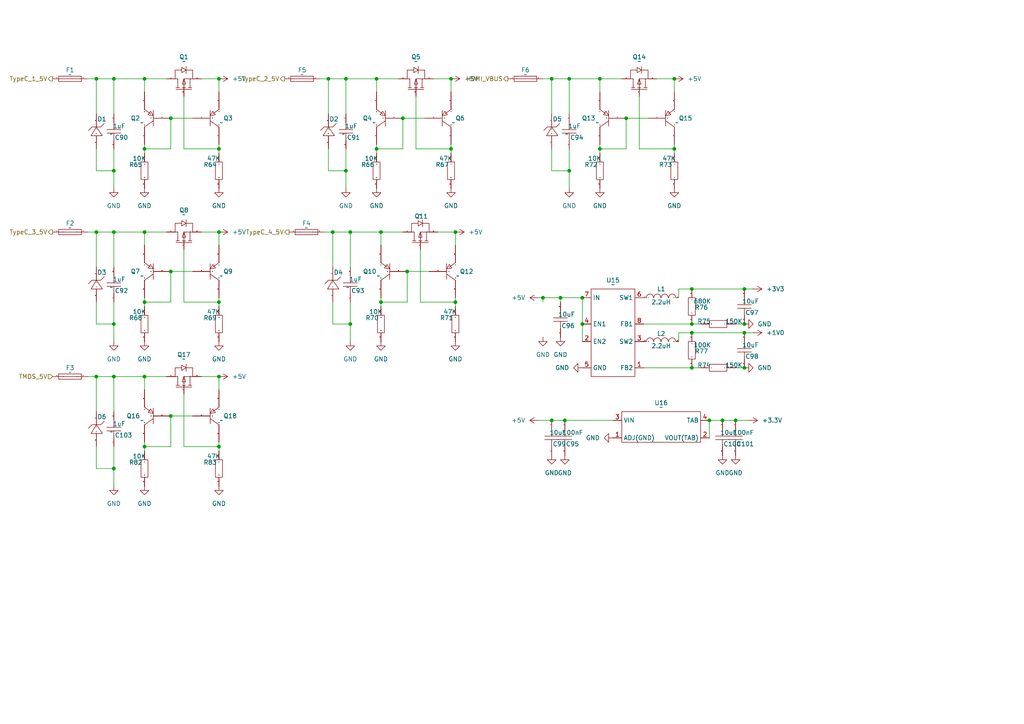
<source format=kicad_sch>
(kicad_sch (version 20231120) (generator "eeschema") (generator_version "8.0")
  (paper "A4")
  (lib_symbols
    (symbol "persional_library:C0603"
      (property "Reference" "C" (at 0 0 0))
      (symbol "C0603_1_0"
        (pin unspecified line (at -5.08 0 0) (length 2.54) (name "1") (number "1"))
        (pin unspecified line (at 5.08 0 180) (length 2.54) (name "2") (number "2"))
      )
    )
    (symbol "persional_library:DCDC_MP2122AGJ-Z"
      (property "Reference" "U" (at 0 0 0))
      (symbol "DCDC_MP2122AGJ-Z_1_0"
        (pin unspecified line (at 8.89 -13.97 180) (length 2.54) (name "FB2") (number "1"))
        (pin unspecified line (at -8.89 -6.35 0) (length 2.54) (name "EN2") (number "2"))
        (pin unspecified line (at 8.89 -6.35 180) (length 2.54) (name "SW2") (number "3"))
        (pin unspecified line (at -8.89 -1.27 0) (length 2.54) (name "EN1") (number "4"))
        (pin unspecified line (at -8.89 -13.97 0) (length 2.54) (name "GND") (number "5"))
        (pin unspecified line (at 8.89 6.35 180) (length 2.54) (name "SW1") (number "6"))
        (pin unspecified line (at -8.89 6.35 0) (length 2.54) (name "IN") (number "7"))
        (pin unspecified line (at 8.89 -1.27 180) (length 2.54) (name "FB1") (number "8"))
      )
    )
    (symbol "persional_library:F1206"
      (property "Reference" "F" (at 0 0 0))
      (symbol "F1206_1_0"
        (pin unspecified line (at -5.08 0 0) (length 2.54) (name "1") (number "1"))
        (pin unspecified line (at 5.08 0 180) (length 2.54) (name "2") (number "2"))
      )
    )
    (symbol "persional_library:L0630-2.2UH"
      (property "Reference" "L" (at 0 0 0))
      (property "Value" "2.2uH" (at 0 0 0))
      (symbol "L0630-2.2UH_1_0"
        (pin unspecified line (at -5.08 0 0) (length 0.762) (name "1") (number "1"))
        (pin unspecified line (at 5.08 0 180) (length 0.762) (name "2") (number "2"))
      )
    )
    (symbol "persional_library:LDO_AMS1117-3.3"
      (property "Reference" "U" (at 0 0 0))
      (symbol "LDO_AMS1117-3.3_1_0"
        (pin unspecified line (at -15.24 -2.54 0) (length 2.54) (name "ADJ(GND)") (number "1"))
        (pin unspecified line (at 12.7 -2.54 180) (length 2.54) (name "VOUT(TAB)") (number "2"))
        (pin unspecified line (at -15.24 2.54 0) (length 2.54) (name "VIN") (number "3"))
        (pin unspecified line (at 12.7 2.54 180) (length 2.54) (name "TAB") (number "4"))
      )
    )
    (symbol "persional_library:MOSFET_DMG2305UX"
      (property "Reference" "Q" (at 0 0 0))
      (symbol "MOSFET_DMG2305UX_1_0"
        (pin unspecified line (at -5.08 0 0) (length 2.54) (name "G") (number "1"))
        (pin unspecified line (at 0 -5.08 90) (length 2.54) (name "S") (number "2"))
        (pin unspecified line (at 0 5.08 270) (length 2.54) (name "D") (number "3"))
      )
    )
    (symbol "persional_library:R0603"
      (property "Reference" "R" (at 0 0 0))
      (symbol "R0603_1_0"
        (pin input line (at -5.08 0 0) (length 2.54) (name "1") (number "1"))
        (pin input line (at 5.08 0 180) (length 2.54) (name "2") (number "2"))
      )
    )
    (symbol "persional_library:TVS_Diode_SMBJ5.0A"
      (property "Reference" "D" (at 0 0 0))
      (symbol "TVS_Diode_SMBJ5.0A_1_0"
        (pin unspecified line (at -5.08 0 0) (length 3.81) (name "1") (number "1"))
        (pin unspecified line (at 5.08 0 180) (length 3.81) (name "2") (number "2"))
      )
    )
    (symbol "persional_library:Transistor_PNP_MMBT4403LT1G"
      (property "Reference" "Q" (at 0 0 0))
      (symbol "Transistor_PNP_MMBT4403LT1G_1_0"
        (pin unspecified line (at -3.81 0 0) (length 5.08) (name "B") (number "1"))
        (pin unspecified line (at 3.81 -7.62 90) (length 5.08) (name "E") (number "2"))
        (pin unspecified line (at 3.81 7.62 270) (length 5.08) (name "C") (number "3"))
      )
    )
    (symbol "power:+1V0" (power) (pin_numbers hide) (pin_names (offset 0) hide)
      (property "Value" "+1V0" (at 0 3.556 0))
      (symbol "+1V0_1_1"
        (pin power_in line (at 0 0 90) (length 0) (name "~") (number "1"))
      )
    )
    (symbol "power:+3.3V" (power) (pin_numbers hide) (pin_names (offset 0) hide)
      (property "Value" "+3.3V" (at 0 3.556 0))
      (symbol "+3.3V_1_1"
        (pin power_in line (at 0 0 90) (length 0) (name "~") (number "1"))
      )
    )
    (symbol "power:+3V3" (power) (pin_numbers hide) (pin_names (offset 0) hide)
      (property "Value" "+3V3" (at 0 3.556 0))
      (symbol "+3V3_1_1"
        (pin power_in line (at 0 0 90) (length 0) (name "~") (number "1"))
      )
    )
    (symbol "power:+5V" (power) (pin_numbers hide) (pin_names (offset 0) hide)
      (property "Value" "+5V" (at 0 3.556 0))
      (symbol "+5V_1_1"
        (pin power_in line (at 0 0 90) (length 0) (name "~") (number "1"))
      )
    )
    (symbol "power:GND" (power) (pin_numbers hide) (pin_names (offset 0) hide)
      (property "Value" "GND" (at 0 -3.81 0))
      (symbol "GND_1_1"
        (pin power_in line (at 0 0 270) (length 0) (name "~") (number "1"))
      )
    )
  )
  (junction (at 132.08 87.63))
  (junction (at 160.02 121.92))
  (junction (at 168.91 93.98))
  (junction (at 100.33 49.53))
  (junction (at 95.25 22.86))
  (junction (at 109.22 43.18))
  (junction (at 173.99 22.86))
  (junction (at 100.33 22.86))
  (junction (at 130.81 43.18))
  (junction (at 215.9 96.52))
  (junction (at 200.66 93.98))
  (junction (at 130.81 22.86))
  (junction (at 96.52 67.31))
  (junction (at 200.66 83.82))
  (junction (at 33.02 22.86))
  (junction (at 168.91 86.36))
  (junction (at 33.02 67.31))
  (junction (at 63.5 109.22))
  (junction (at 173.99 43.18))
  (junction (at 209.55 121.92))
  (junction (at 101.6 67.31))
  (junction (at 33.02 93.98))
  (junction (at 165.1 22.86))
  (junction (at 63.5 129.54))
  (junction (at 33.02 109.22))
  (junction (at 41.91 87.63))
  (junction (at 195.58 43.18))
  (junction (at 41.91 43.18))
  (junction (at 63.5 67.31))
  (junction (at 195.58 22.86))
  (junction (at 41.91 129.54))
  (junction (at 215.9 83.82))
  (junction (at 109.22 22.86))
  (junction (at 49.53 34.29))
  (junction (at 33.02 135.89))
  (junction (at 63.5 43.18))
  (junction (at 200.66 106.68))
  (junction (at 33.02 49.53))
  (junction (at 165.1 49.53))
  (junction (at 110.49 87.63))
  (junction (at 132.08 67.31))
  (junction (at 27.94 67.31))
  (junction (at 215.9 93.98))
  (junction (at 41.91 22.86))
  (junction (at 200.66 96.52))
  (junction (at 116.84 34.29))
  (junction (at 41.91 67.31))
  (junction (at 49.53 120.65))
  (junction (at 205.74 121.92))
  (junction (at 27.94 22.86))
  (junction (at 49.53 78.74))
  (junction (at 215.9 106.68))
  (junction (at 27.94 109.22))
  (junction (at 41.91 109.22))
  (junction (at 63.5 22.86))
  (junction (at 157.48 86.36))
  (junction (at 160.02 22.86))
  (junction (at 163.83 121.92))
  (junction (at 101.6 93.98))
  (junction (at 118.11 78.74))
  (junction (at 181.61 34.29))
  (junction (at 63.5 87.63))
  (junction (at 162.56 86.36))
  (junction (at 213.36 121.92))
  (junction (at 110.49 67.31))
  (wire (pts (xy 63.5 129.54) (xy 63.5 128.27)))
  (wire (pts (xy 181.61 34.29) (xy 181.61 43.18)))
  (wire (pts (xy 41.91 129.54) (xy 41.91 128.27)))
  (wire (pts (xy 157.48 87.63) (xy 157.48 86.36)))
  (wire (pts (xy 27.94 67.31) (xy 33.02 67.31)))
  (wire (pts (xy 63.5 22.86) (xy 58.42 22.86)))
  (wire (pts (xy 132.08 87.63) (xy 132.08 86.36)))
  (wire (pts (xy 95.25 43.18) (xy 95.25 49.53)))
  (wire (pts (xy 41.91 88.9) (xy 41.91 87.63)))
  (wire (pts (xy 27.94 109.22) (xy 33.02 109.22)))
  (wire (pts (xy 49.53 87.63) (xy 41.91 87.63)))
  (wire (pts (xy 196.85 96.52) (xy 200.66 96.52)))
  (wire (pts (xy 63.5 113.03) (xy 63.5 109.22)))
  (wire (pts (xy 49.53 34.29) (xy 55.88 34.29)))
  (wire (pts (xy 110.49 67.31) (xy 110.49 71.12)))
  (wire (pts (xy 130.81 43.18) (xy 130.81 41.91)))
  (wire (pts (xy 213.36 93.98) (xy 215.9 93.98)))
  (wire (pts (xy 33.02 135.89) (xy 33.02 129.54)))
  (wire (pts (xy 116.84 43.18) (xy 109.22 43.18)))
  (wire (pts (xy 27.94 129.54) (xy 27.94 135.89)))
  (wire (pts (xy 120.65 27.94) (xy 120.65 43.18)))
  (wire (pts (xy 130.81 22.86) (xy 125.73 22.86)))
  (wire (pts (xy 49.53 43.18) (xy 41.91 43.18)))
  (wire (pts (xy 195.58 43.18) (xy 195.58 41.91)))
  (wire (pts (xy 33.02 99.06) (xy 33.02 93.98)))
  (wire (pts (xy 49.53 120.65) (xy 55.88 120.65)))
  (wire (pts (xy 27.94 22.86) (xy 27.94 33.02)))
  (wire (pts (xy 48.26 22.86) (xy 41.91 22.86)))
  (wire (pts (xy 53.34 87.63) (xy 63.5 87.63)))
  (wire (pts (xy 186.69 106.68) (xy 200.66 106.68)))
  (wire (pts (xy 165.1 49.53) (xy 165.1 43.18)))
  (wire (pts (xy 168.91 86.36) (xy 168.91 93.98)))
  (wire (pts (xy 177.8 121.92) (xy 163.83 121.92)))
  (wire (pts (xy 163.83 121.92) (xy 160.02 121.92)))
  (wire (pts (xy 116.84 34.29) (xy 116.84 43.18)))
  (wire (pts (xy 162.56 86.36) (xy 168.91 86.36)))
  (wire (pts (xy 160.02 22.86) (xy 160.02 33.02)))
  (wire (pts (xy 181.61 43.18) (xy 173.99 43.18)))
  (wire (pts (xy 200.66 96.52) (xy 215.9 96.52)))
  (wire (pts (xy 48.26 67.31) (xy 41.91 67.31)))
  (wire (pts (xy 33.02 140.97) (xy 33.02 135.89)))
  (wire (pts (xy 53.34 114.3) (xy 53.34 129.54)))
  (wire (pts (xy 27.94 22.86) (xy 33.02 22.86)))
  (wire (pts (xy 93.98 67.31) (xy 96.52 67.31)))
  (wire (pts (xy 118.11 87.63) (xy 110.49 87.63)))
  (wire (pts (xy 186.69 93.98) (xy 200.66 93.98)))
  (wire (pts (xy 217.17 121.92) (xy 213.36 121.92)))
  (wire (pts (xy 173.99 44.45) (xy 173.99 43.18)))
  (wire (pts (xy 100.33 54.61) (xy 100.33 49.53)))
  (wire (pts (xy 33.02 77.47) (xy 33.02 67.31)))
  (wire (pts (xy 213.36 106.68) (xy 215.9 106.68)))
  (wire (pts (xy 63.5 130.81) (xy 63.5 129.54)))
  (wire (pts (xy 63.5 109.22) (xy 58.42 109.22)))
  (wire (pts (xy 132.08 88.9) (xy 132.08 87.63)))
  (wire (pts (xy 41.91 22.86) (xy 41.91 26.67)))
  (wire (pts (xy 41.91 130.81) (xy 41.91 129.54)))
  (wire (pts (xy 101.6 67.31) (xy 110.49 67.31)))
  (wire (pts (xy 203.2 106.68) (xy 200.66 106.68)))
  (wire (pts (xy 132.08 67.31) (xy 127 67.31)))
  (wire (pts (xy 165.1 33.02) (xy 165.1 22.86)))
  (wire (pts (xy 49.53 78.74) (xy 55.88 78.74)))
  (wire (pts (xy 115.57 22.86) (xy 109.22 22.86)))
  (wire (pts (xy 53.34 27.94) (xy 53.34 43.18)))
  (wire (pts (xy 48.26 109.22) (xy 41.91 109.22)))
  (wire (pts (xy 25.4 22.86) (xy 27.94 22.86)))
  (wire (pts (xy 165.1 54.61) (xy 165.1 49.53)))
  (wire (pts (xy 33.02 109.22) (xy 41.91 109.22)))
  (wire (pts (xy 218.44 83.82) (xy 215.9 83.82)))
  (wire (pts (xy 100.33 22.86) (xy 109.22 22.86)))
  (wire (pts (xy 209.55 121.92) (xy 205.74 121.92)))
  (wire (pts (xy 63.5 71.12) (xy 63.5 67.31)))
  (wire (pts (xy 33.02 67.31) (xy 41.91 67.31)))
  (wire (pts (xy 100.33 33.02) (xy 100.33 22.86)))
  (wire (pts (xy 160.02 121.92) (xy 156.21 121.92)))
  (wire (pts (xy 185.42 43.18) (xy 195.58 43.18)))
  (wire (pts (xy 160.02 43.18) (xy 160.02 49.53)))
  (wire (pts (xy 118.11 78.74) (xy 124.46 78.74)))
  (wire (pts (xy 49.53 34.29) (xy 49.53 43.18)))
  (wire (pts (xy 49.53 129.54) (xy 41.91 129.54)))
  (wire (pts (xy 96.52 93.98) (xy 101.6 93.98)))
  (wire (pts (xy 101.6 77.47) (xy 101.6 67.31)))
  (wire (pts (xy 92.71 22.86) (xy 95.25 22.86)))
  (wire (pts (xy 63.5 26.67) (xy 63.5 22.86)))
  (wire (pts (xy 63.5 67.31) (xy 58.42 67.31)))
  (wire (pts (xy 101.6 93.98) (xy 101.6 87.63)))
  (wire (pts (xy 27.94 49.53) (xy 33.02 49.53)))
  (wire (pts (xy 196.85 83.82) (xy 200.66 83.82)))
  (wire (pts (xy 156.21 86.36) (xy 157.48 86.36)))
  (wire (pts (xy 200.66 83.82) (xy 215.9 83.82)))
  (wire (pts (xy 185.42 27.94) (xy 185.42 43.18)))
  (wire (pts (xy 41.91 87.63) (xy 41.91 86.36)))
  (wire (pts (xy 53.34 72.39) (xy 53.34 87.63)))
  (wire (pts (xy 49.53 120.65) (xy 49.53 129.54)))
  (wire (pts (xy 53.34 43.18) (xy 63.5 43.18)))
  (wire (pts (xy 95.25 49.53) (xy 100.33 49.53)))
  (wire (pts (xy 132.08 71.12) (xy 132.08 67.31)))
  (wire (pts (xy 27.94 109.22) (xy 27.94 119.38)))
  (wire (pts (xy 173.99 43.18) (xy 173.99 41.91)))
  (wire (pts (xy 33.02 22.86) (xy 41.91 22.86)))
  (wire (pts (xy 27.94 87.63) (xy 27.94 93.98)))
  (wire (pts (xy 41.91 44.45) (xy 41.91 43.18)))
  (wire (pts (xy 96.52 67.31) (xy 101.6 67.31)))
  (wire (pts (xy 53.34 129.54) (xy 63.5 129.54)))
  (wire (pts (xy 195.58 44.45) (xy 195.58 43.18)))
  (wire (pts (xy 196.85 99.06) (xy 196.85 96.52)))
  (wire (pts (xy 27.94 93.98) (xy 33.02 93.98)))
  (wire (pts (xy 63.5 87.63) (xy 63.5 86.36)))
  (wire (pts (xy 160.02 49.53) (xy 165.1 49.53)))
  (wire (pts (xy 157.48 86.36) (xy 162.56 86.36)))
  (wire (pts (xy 41.91 109.22) (xy 41.91 113.03)))
  (wire (pts (xy 116.84 34.29) (xy 123.19 34.29)))
  (wire (pts (xy 130.81 44.45) (xy 130.81 43.18)))
  (wire (pts (xy 33.02 49.53) (xy 33.02 43.18)))
  (wire (pts (xy 41.91 43.18) (xy 41.91 41.91)))
  (wire (pts (xy 121.92 87.63) (xy 132.08 87.63)))
  (wire (pts (xy 180.34 22.86) (xy 173.99 22.86)))
  (wire (pts (xy 130.81 26.67) (xy 130.81 22.86)))
  (wire (pts (xy 162.56 87.63) (xy 162.56 86.36)))
  (wire (pts (xy 181.61 34.29) (xy 187.96 34.29)))
  (wire (pts (xy 196.85 86.36) (xy 196.85 83.82)))
  (wire (pts (xy 168.91 93.98) (xy 168.91 99.06)))
  (wire (pts (xy 205.74 121.92) (xy 205.74 127)))
  (wire (pts (xy 157.48 22.86) (xy 160.02 22.86)))
  (wire (pts (xy 116.84 67.31) (xy 110.49 67.31)))
  (wire (pts (xy 160.02 22.86) (xy 165.1 22.86)))
  (wire (pts (xy 109.22 22.86) (xy 109.22 26.67)))
  (wire (pts (xy 96.52 87.63) (xy 96.52 93.98)))
  (wire (pts (xy 195.58 22.86) (xy 190.5 22.86)))
  (wire (pts (xy 27.94 135.89) (xy 33.02 135.89)))
  (wire (pts (xy 33.02 119.38) (xy 33.02 109.22)))
  (wire (pts (xy 195.58 26.67) (xy 195.58 22.86)))
  (wire (pts (xy 25.4 109.22) (xy 27.94 109.22)))
  (wire (pts (xy 33.02 54.61) (xy 33.02 49.53)))
  (wire (pts (xy 109.22 43.18) (xy 109.22 41.91)))
  (wire (pts (xy 25.4 67.31) (xy 27.94 67.31)))
  (wire (pts (xy 95.25 22.86) (xy 95.25 33.02)))
  (wire (pts (xy 96.52 67.31) (xy 96.52 77.47)))
  (wire (pts (xy 100.33 49.53) (xy 100.33 43.18)))
  (wire (pts (xy 41.91 67.31) (xy 41.91 71.12)))
  (wire (pts (xy 110.49 88.9) (xy 110.49 87.63)))
  (wire (pts (xy 33.02 33.02) (xy 33.02 22.86)))
  (wire (pts (xy 27.94 43.18) (xy 27.94 49.53)))
  (wire (pts (xy 110.49 87.63) (xy 110.49 86.36)))
  (wire (pts (xy 213.36 121.92) (xy 209.55 121.92)))
  (wire (pts (xy 120.65 43.18) (xy 130.81 43.18)))
  (wire (pts (xy 109.22 44.45) (xy 109.22 43.18)))
  (wire (pts (xy 165.1 22.86) (xy 173.99 22.86)))
  (wire (pts (xy 63.5 43.18) (xy 63.5 41.91)))
  (wire (pts (xy 95.25 22.86) (xy 100.33 22.86)))
  (wire (pts (xy 49.53 78.74) (xy 49.53 87.63)))
  (wire (pts (xy 101.6 99.06) (xy 101.6 93.98)))
  (wire (pts (xy 200.66 93.98) (xy 203.2 93.98)))
  (wire (pts (xy 63.5 88.9) (xy 63.5 87.63)))
  (wire (pts (xy 118.11 78.74) (xy 118.11 87.63)))
  (wire (pts (xy 63.5 44.45) (xy 63.5 43.18)))
  (wire (pts (xy 33.02 93.98) (xy 33.02 87.63)))
  (wire (pts (xy 173.99 22.86) (xy 173.99 26.67)))
  (wire (pts (xy 121.92 72.39) (xy 121.92 87.63)))
  (wire (pts (xy 27.94 67.31) (xy 27.94 77.47)))
  (wire (pts (xy 218.44 96.52) (xy 215.9 96.52)))
  (hierarchical_label "HDMI_VBUS" (shape output) (at 147.32 22.86 180))
  (hierarchical_label "TypeC_4_5V" (shape output) (at 83.82 67.31 180))
  (hierarchical_label "TypeC_3_5V" (shape output) (at 15.24 67.31 180))
  (hierarchical_label "TMDS_5V" (shape input) (at 15.24 109.22 180))
  (hierarchical_label "TypeC_1_5V" (shape output) (at 15.24 22.86 180))
  (hierarchical_label "TypeC_2_5V" (shape output) (at 82.55 22.86 180))
  (symbol (lib_id "persional_library:C0603") (at 209.55 127 90) (unit 1)
    (property "Reference" "C100" (at 209.804 128.778 90) (effects (justify right)))
    (property "Value" "10uF" (at 211.328 125.476 90))
    (property "Footprint" "persional_library:C0603" (effects (hide yes)))
    (property "Datasheet" "https://item.szlcsc.com/datasheet/CL10A105KB8NNNC/16531.html" (effects (hide yes)))
    (property "Description" "容值:1uF;精度:±10%;额定电压:50V;温度系数:X5R;" (effects (hide yes)))
    (property "Manufacturer Part" "CL10A105KB8NNNC" (effects (hide yes)))
    (property "Manufacturer" "SAMSUNG(三星)" (effects (hide yes)))
    (property "Supplier Part" "C15849" (effects (hide yes)))
    (property "Supplier" "LCSC" (effects (hide yes)))
    (property "LCSC Part Name" "1uF ±10% 50V" (effects (hide yes)))
  )
  (symbol (lib_id "persional_library:R0603") (at 130.81 49.53 270) (unit 1)
    (property "Reference" "R67" (at 128.27 47.752 90))
    (property "Value" "47K" (at 129.286 45.974 90))
    (property "Footprint" "persional_library:R0603" (effects (hide yes)))
    (property "Datasheet" "https://item.szlcsc.com/datasheet/0603WAF1002T5E/26547.html" (effects (hide yes)))
    (property "Description" "电阻类型:厚膜电阻;阻值:10kΩ;精度:±1%;功率:100mW;工作电压:75V;温度系数:±100ppm/°C;" (effects (hide yes)))
    (property "Manufacturer Part" "0603WAF1002T5E" (effects (hide yes)))
    (property "Manufacturer" "UNI-ROYAL(厚声)" (effects (hide yes)))
    (property "Supplier Part" "C25804" (effects (hide yes)))
    (property "Supplier" "LCSC" (effects (hide yes)))
    (property "LCSC Part Name" "厚膜电阻 10kΩ ±1% 100mW" (effects (hide yes)))
  )
  (symbol (lib_id "power:+5V") (at 63.5 22.86 270) (unit 1)
    (property "Reference" "#PWR0167" (effects (hide yes)))
    (property "Value" "+5V" (at 67.31 22.86 90) (effects (justify left)))
    (property "Description" "Power symbol creates a global label with name \"+5V\"" (effects (hide yes)))
  )
  (symbol (lib_id "power:GND") (at 33.02 140.97 0) (unit 1)
    (property "Reference" "#PWR0235" (effects (hide yes)))
    (property "Value" "GND" (at 33.02 146.05 0))
    (property "Description" "Power symbol creates a global label with name \"GND\" , ground" (effects (hide yes)))
  )
  (symbol (lib_id "persional_library:R0603") (at 41.91 49.53 270) (unit 1)
    (property "Reference" "R65" (at 39.37 47.752 90))
    (property "Value" "10K" (at 40.386 45.974 90))
    (property "Footprint" "persional_library:R0603" (effects (hide yes)))
    (property "Datasheet" "https://item.szlcsc.com/datasheet/0603WAF1002T5E/26547.html" (effects (hide yes)))
    (property "Description" "电阻类型:厚膜电阻;阻值:10kΩ;精度:±1%;功率:100mW;工作电压:75V;温度系数:±100ppm/°C;" (effects (hide yes)))
    (property "Manufacturer Part" "0603WAF1002T5E" (effects (hide yes)))
    (property "Manufacturer" "UNI-ROYAL(厚声)" (effects (hide yes)))
    (property "Supplier Part" "C25804" (effects (hide yes)))
    (property "Supplier" "LCSC" (effects (hide yes)))
    (property "LCSC Part Name" "厚膜电阻 10kΩ ±1% 100mW" (effects (hide yes)))
  )
  (symbol (lib_id "persional_library:Transistor_PNP_MMBT4403LT1G") (at 127 34.29 0) (mirror x) (unit 1)
    (property "Reference" "Q6" (at 132.08 34.29 0) (effects (justify left)))
    (property "Value" "~" (at 132.08 35.56 0) (effects (justify right)))
    (property "Footprint" "persional_library:SOT-23-3_L2.9-W1.3-P1.90-LS2.4-BR" (effects (hide yes)))
    (property "Datasheet" "https://item.szlcsc.com/datasheet/MMBT4403LT1G/80001.html" (effects (hide yes)))
    (property "Description" "晶体管类型:PNP;集电极电流(Ic):600mA;集射极击穿电压(Vceo):40V;耗散功率(Pd):225mW;直流电流增益(hFE):30@0.1mA,1.0V;" (effects (hide yes)))
    (property "Manufacturer Part" "MMBT4403LT1G" (effects (hide yes)))
    (property "Manufacturer" "onsemi(安森美)" (effects (hide yes)))
    (property "Supplier Part" "C78864" (effects (hide yes)))
    (property "Supplier" "LCSC" (effects (hide yes)))
    (property "LCSC Part Name" "PNP 电流:600mA 电压:40V" (effects (hide yes)))
  )
  (symbol (lib_id "persional_library:C0603") (at 160.02 127 90) (unit 1)
    (property "Reference" "C99" (at 160.274 128.778 90) (effects (justify right)))
    (property "Value" "10uF" (at 161.798 125.476 90))
    (property "Footprint" "persional_library:C0603" (effects (hide yes)))
    (property "Datasheet" "https://item.szlcsc.com/datasheet/CL10A105KB8NNNC/16531.html" (effects (hide yes)))
    (property "Description" "容值:1uF;精度:±10%;额定电压:50V;温度系数:X5R;" (effects (hide yes)))
    (property "Manufacturer Part" "CL10A105KB8NNNC" (effects (hide yes)))
    (property "Manufacturer" "SAMSUNG(三星)" (effects (hide yes)))
    (property "Supplier Part" "C15849" (effects (hide yes)))
    (property "Supplier" "LCSC" (effects (hide yes)))
    (property "LCSC Part Name" "1uF ±10% 50V" (effects (hide yes)))
  )
  (symbol (lib_id "persional_library:MOSFET_DMG2305UX") (at 53.34 22.86 90) (unit 1)
    (property "Reference" "Q1" (at 53.34 16.51 90))
    (property "Value" "~" (at 53.34 17.78 90))
    (property "Footprint" "persional_library:SOT-23-3_L2.9-W1.3-P0.95-LS2.4-BR-1" (effects (hide yes)))
    (property "Datasheet" "https://atta.szlcsc.com/upload/public/pdf/source/20220124/672A40BC72F4DE27873D6595D2E3AF1A.pdf" (effects (hide yes)))
    (property "Description" "漏源电压(Vdss):20V;连续漏极电流(Id):4.1A;导通电阻(RDS(on)):52mΩ@4.5V,4.1A;耗散功率(Pd):1.7W;阈值电压(Vgs(th)):450mV;" (effects (hide yes)))
    (property "Manufacturer Part" "DMG2305UX" (effects (hide yes)))
    (property "Manufacturer" "TECH PUBLIC(台舟)" (effects (hide yes)))
    (property "Supplier Part" "C2940629" (effects (hide yes)))
    (property "Supplier" "LCSC" (effects (hide yes)))
    (property "LCSC Part Name" "耐压:20V 电流:4.1A" (effects (hide yes)))
  )
  (symbol (lib_id "power:GND") (at 209.55 132.08 0) (unit 1)
    (property "Reference" "#PWR0184" (effects (hide yes)))
    (property "Value" "GND" (at 209.55 137.16 0))
    (property "Description" "Power symbol creates a global label with name \"GND\" , ground" (effects (hide yes)))
  )
  (symbol (lib_id "persional_library:Transistor_PNP_MMBT4403LT1G") (at 177.8 34.29 180) (unit 1)
    (property "Reference" "Q13" (at 172.72 34.29 0) (effects (justify left)))
    (property "Value" "~" (at 172.72 35.56 0) (effects (justify right)))
    (property "Footprint" "persional_library:SOT-23-3_L2.9-W1.3-P1.90-LS2.4-BR" (effects (hide yes)))
    (property "Datasheet" "https://item.szlcsc.com/datasheet/MMBT4403LT1G/80001.html" (effects (hide yes)))
    (property "Description" "晶体管类型:PNP;集电极电流(Ic):600mA;集射极击穿电压(Vceo):40V;耗散功率(Pd):225mW;直流电流增益(hFE):30@0.1mA,1.0V;" (effects (hide yes)))
    (property "Manufacturer Part" "MMBT4403LT1G" (effects (hide yes)))
    (property "Manufacturer" "onsemi(安森美)" (effects (hide yes)))
    (property "Supplier Part" "C78864" (effects (hide yes)))
    (property "Supplier" "LCSC" (effects (hide yes)))
    (property "LCSC Part Name" "PNP 电流:600mA 电压:40V" (effects (hide yes)))
  )
  (symbol (lib_id "persional_library:TVS_Diode_SMBJ5.0A") (at 95.25 38.1 270) (unit 1)
    (property "Reference" "D2" (at 95.504 34.544 90) (effects (justify left)))
    (property "Value" "~" (at 99.06 38.862 90) (effects (justify left)))
    (property "Footprint" "persional_library:SMB_L4.6-W3.6-LS5.3-RD" (effects (hide yes)))
    (property "Datasheet" "https://item.szlcsc.com/datasheet/SMBJ5.0A/180833.html" (effects (hide yes)))
    (property "Description" "极性:单向;反向截止电压(Vrwm):5V;钳位电压:9.2V;峰值脉冲电流(Ipp):65.3A@10/1000us;峰值脉冲功率(Ppp):600W@10/1000us;击穿电压:7V;" (effects (hide yes)))
    (property "Manufacturer Part" "SMBJ5.0A" (effects (hide yes)))
    (property "Manufacturer" "晶导微电子" (effects (hide yes)))
    (property "Supplier Part" "C169448" (effects (hide yes)))
    (property "Supplier" "LCSC" (effects (hide yes)))
    (property "LCSC Part Name" "单向TVS 5V截止 峰值浪涌电流：65.3A@10/1000us" (effects (hide yes)))
  )
  (symbol (lib_id "persional_library:R0603") (at 110.49 93.98 270) (unit 1)
    (property "Reference" "R70" (at 107.95 92.202 90))
    (property "Value" "10K" (at 108.966 90.424 90))
    (property "Footprint" "persional_library:R0603" (effects (hide yes)))
    (property "Datasheet" "https://item.szlcsc.com/datasheet/0603WAF1002T5E/26547.html" (effects (hide yes)))
    (property "Description" "电阻类型:厚膜电阻;阻值:10kΩ;精度:±1%;功率:100mW;工作电压:75V;温度系数:±100ppm/°C;" (effects (hide yes)))
    (property "Manufacturer Part" "0603WAF1002T5E" (effects (hide yes)))
    (property "Manufacturer" "UNI-ROYAL(厚声)" (effects (hide yes)))
    (property "Supplier Part" "C25804" (effects (hide yes)))
    (property "Supplier" "LCSC" (effects (hide yes)))
    (property "LCSC Part Name" "厚膜电阻 10kΩ ±1% 100mW" (effects (hide yes)))
  )
  (symbol (lib_id "power:+5V") (at 63.5 109.22 270) (unit 1)
    (property "Reference" "#PWR0237" (effects (hide yes)))
    (property "Value" "+5V" (at 67.31 109.22 90) (effects (justify left)))
    (property "Description" "Power symbol creates a global label with name \"+5V\"" (effects (hide yes)))
  )
  (symbol (lib_id "power:GND") (at 109.22 54.61 0) (unit 1)
    (property "Reference" "#PWR0159" (effects (hide yes)))
    (property "Value" "GND" (at 109.22 59.69 0))
    (property "Description" "Power symbol creates a global label with name \"GND\" , ground" (effects (hide yes)))
  )
  (symbol (lib_id "power:GND") (at 165.1 54.61 0) (unit 1)
    (property "Reference" "#PWR0136" (effects (hide yes)))
    (property "Value" "GND" (at 165.1 59.69 0))
    (property "Description" "Power symbol creates a global label with name \"GND\" , ground" (effects (hide yes)))
  )
  (symbol (lib_id "power:+5V") (at 132.08 67.31 270) (unit 1)
    (property "Reference" "#PWR0169" (effects (hide yes)))
    (property "Value" "+5V" (at 135.89 67.31 90) (effects (justify left)))
    (property "Description" "Power symbol creates a global label with name \"+5V\"" (effects (hide yes)))
  )
  (symbol (lib_id "persional_library:R0603") (at 41.91 135.89 270) (unit 1)
    (property "Reference" "R82" (at 39.37 134.112 90))
    (property "Value" "10K" (at 40.386 132.334 90))
    (property "Footprint" "persional_library:R0603" (effects (hide yes)))
    (property "Datasheet" "https://item.szlcsc.com/datasheet/0603WAF1002T5E/26547.html" (effects (hide yes)))
    (property "Description" "电阻类型:厚膜电阻;阻值:10kΩ;精度:±1%;功率:100mW;工作电压:75V;温度系数:±100ppm/°C;" (effects (hide yes)))
    (property "Manufacturer Part" "0603WAF1002T5E" (effects (hide yes)))
    (property "Manufacturer" "UNI-ROYAL(厚声)" (effects (hide yes)))
    (property "Supplier Part" "C25804" (effects (hide yes)))
    (property "Supplier" "LCSC" (effects (hide yes)))
    (property "LCSC Part Name" "厚膜电阻 10kΩ ±1% 100mW" (effects (hide yes)))
  )
  (symbol (lib_id "persional_library:F1206") (at 20.32 22.86 0) (unit 1)
    (property "Reference" "F1" (at 20.32 20.32 0))
    (property "Value" "~" (at 20.32 21.59 0))
    (property "Footprint" "persional_library:F1206" (effects (hide yes)))
    (property "Datasheet" "https://item.szlcsc.com/datasheet/SMD1206-050-33/48798723.html" (effects (hide yes)))
    (property "Description" "耐压(Vmax):33V;最大电流(Imax):40A;保持电流(Ihold):500mA;跳闸电流(Itrip):1A;" (effects (hide yes)))
    (property "Manufacturer Part" "SMD1206-050-33" (effects (hide yes)))
    (property "Manufacturer" "R+O(宏嘉诚)" (effects (hide yes)))
    (property "Supplier Part" "C46641017" (effects (hide yes)))
    (property "Supplier" "LCSC" (effects (hide yes)))
    (property "LCSC Part Name" "SMD1206-050-33" (effects (hide yes)))
  )
  (symbol (lib_id "persional_library:Transistor_PNP_MMBT4403LT1G") (at 128.27 78.74 0) (mirror x) (unit 1)
    (property "Reference" "Q12" (at 133.35 78.74 0) (effects (justify left)))
    (property "Value" "~" (at 133.35 80.01 0) (effects (justify right)))
    (property "Footprint" "persional_library:SOT-23-3_L2.9-W1.3-P1.90-LS2.4-BR" (effects (hide yes)))
    (property "Datasheet" "https://item.szlcsc.com/datasheet/MMBT4403LT1G/80001.html" (effects (hide yes)))
    (property "Description" "晶体管类型:PNP;集电极电流(Ic):600mA;集射极击穿电压(Vceo):40V;耗散功率(Pd):225mW;直流电流增益(hFE):30@0.1mA,1.0V;" (effects (hide yes)))
    (property "Manufacturer Part" "MMBT4403LT1G" (effects (hide yes)))
    (property "Manufacturer" "onsemi(安森美)" (effects (hide yes)))
    (property "Supplier Part" "C78864" (effects (hide yes)))
    (property "Supplier" "LCSC" (effects (hide yes)))
    (property "LCSC Part Name" "PNP 电流:600mA 电压:40V" (effects (hide yes)))
  )
  (symbol (lib_id "persional_library:TVS_Diode_SMBJ5.0A") (at 27.94 124.46 270) (unit 1)
    (property "Reference" "D6" (at 28.194 120.904 90) (effects (justify left)))
    (property "Value" "~" (at 31.75 125.222 90) (effects (justify left)))
    (property "Footprint" "persional_library:SMB_L4.6-W3.6-LS5.3-RD" (effects (hide yes)))
    (property "Datasheet" "https://item.szlcsc.com/datasheet/SMBJ5.0A/180833.html" (effects (hide yes)))
    (property "Description" "极性:单向;反向截止电压(Vrwm):5V;钳位电压:9.2V;峰值脉冲电流(Ipp):65.3A@10/1000us;峰值脉冲功率(Ppp):600W@10/1000us;击穿电压:7V;" (effects (hide yes)))
    (property "Manufacturer Part" "SMBJ5.0A" (effects (hide yes)))
    (property "Manufacturer" "晶导微电子" (effects (hide yes)))
    (property "Supplier Part" "C169448" (effects (hide yes)))
    (property "Supplier" "LCSC" (effects (hide yes)))
    (property "LCSC Part Name" "单向TVS 5V截止 峰值浪涌电流：65.3A@10/1000us" (effects (hide yes)))
  )
  (symbol (lib_id "persional_library:Transistor_PNP_MMBT4403LT1G") (at 45.72 34.29 180) (unit 1)
    (property "Reference" "Q2" (at 40.64 34.29 0) (effects (justify left)))
    (property "Value" "~" (at 40.64 35.56 0) (effects (justify right)))
    (property "Footprint" "persional_library:SOT-23-3_L2.9-W1.3-P1.90-LS2.4-BR" (effects (hide yes)))
    (property "Datasheet" "https://item.szlcsc.com/datasheet/MMBT4403LT1G/80001.html" (effects (hide yes)))
    (property "Description" "晶体管类型:PNP;集电极电流(Ic):600mA;集射极击穿电压(Vceo):40V;耗散功率(Pd):225mW;直流电流增益(hFE):30@0.1mA,1.0V;" (effects (hide yes)))
    (property "Manufacturer Part" "MMBT4403LT1G" (effects (hide yes)))
    (property "Manufacturer" "onsemi(安森美)" (effects (hide yes)))
    (property "Supplier Part" "C78864" (effects (hide yes)))
    (property "Supplier" "LCSC" (effects (hide yes)))
    (property "LCSC Part Name" "PNP 电流:600mA 电压:40V" (effects (hide yes)))
  )
  (symbol (lib_id "power:GND") (at 215.9 93.98 90) (unit 1)
    (property "Reference" "#PWR0175" (effects (hide yes)))
    (property "Value" "GND" (at 219.71 93.98 90) (effects (justify right)))
    (property "Description" "Power symbol creates a global label with name \"GND\" , ground" (effects (hide yes)))
  )
  (symbol (lib_id "power:GND") (at 157.48 97.79 0) (unit 1)
    (property "Reference" "#PWR0138" (effects (hide yes)))
    (property "Value" "GND" (at 157.48 102.87 0))
    (property "Description" "Power symbol creates a global label with name \"GND\" , ground" (effects (hide yes)))
  )
  (symbol (lib_id "persional_library:TVS_Diode_SMBJ5.0A") (at 27.94 82.55 270) (unit 1)
    (property "Reference" "D3" (at 28.194 78.994 90) (effects (justify left)))
    (property "Value" "~" (at 31.75 83.312 90) (effects (justify left)))
    (property "Footprint" "persional_library:SMB_L4.6-W3.6-LS5.3-RD" (effects (hide yes)))
    (property "Datasheet" "https://item.szlcsc.com/datasheet/SMBJ5.0A/180833.html" (effects (hide yes)))
    (property "Description" "极性:单向;反向截止电压(Vrwm):5V;钳位电压:9.2V;峰值脉冲电流(Ipp):65.3A@10/1000us;峰值脉冲功率(Ppp):600W@10/1000us;击穿电压:7V;" (effects (hide yes)))
    (property "Manufacturer Part" "SMBJ5.0A" (effects (hide yes)))
    (property "Manufacturer" "晶导微电子" (effects (hide yes)))
    (property "Supplier Part" "C169448" (effects (hide yes)))
    (property "Supplier" "LCSC" (effects (hide yes)))
    (property "LCSC Part Name" "单向TVS 5V截止 峰值浪涌电流：65.3A@10/1000us" (effects (hide yes)))
  )
  (symbol (lib_id "persional_library:L0630-2.2UH") (at 191.77 99.06 0) (unit 1)
    (property "Reference" "L2" (at 191.77 96.774 0))
    (property "Value" "2.2uH" (at 191.77 100.33 0))
    (property "Footprint" "persional_library:IND-SMD_L7.0-W6.6" (effects (hide yes)))
    (property "Datasheet" "https://item.szlcsc.com/datasheet/FXL0630-2R2-M/178601.html" (effects (hide yes)))
    (property "Description" "电感值:2.2uH;精度:±20%;额定电流:9.5A;饱和电流(Isat):10A;类型:一体成型电感;" (effects (hide yes)))
    (property "Manufacturer Part" "FXL0630-2R2-M" (effects (hide yes)))
    (property "Manufacturer" "cjiang(长江微电)" (effects (hide yes)))
    (property "Supplier Part" "C167218" (effects (hide yes)))
    (property "Supplier" "LCSC" (effects (hide yes)))
    (property "LCSC Part Name" "2.2uH ±20% 10A" (effects (hide yes)))
  )
  (symbol (lib_id "persional_library:R0603") (at 63.5 135.89 270) (unit 1)
    (property "Reference" "R83" (at 60.96 134.112 90))
    (property "Value" "47K" (at 61.976 132.334 90))
    (property "Footprint" "persional_library:R0603" (effects (hide yes)))
    (property "Datasheet" "https://item.szlcsc.com/datasheet/0603WAF1002T5E/26547.html" (effects (hide yes)))
    (property "Description" "电阻类型:厚膜电阻;阻值:10kΩ;精度:±1%;功率:100mW;工作电压:75V;温度系数:±100ppm/°C;" (effects (hide yes)))
    (property "Manufacturer Part" "0603WAF1002T5E" (effects (hide yes)))
    (property "Manufacturer" "UNI-ROYAL(厚声)" (effects (hide yes)))
    (property "Supplier Part" "C25804" (effects (hide yes)))
    (property "Supplier" "LCSC" (effects (hide yes)))
    (property "LCSC Part Name" "厚膜电阻 10kΩ ±1% 100mW" (effects (hide yes)))
  )
  (symbol (lib_id "persional_library:F1206") (at 88.9 67.31 0) (unit 1)
    (property "Reference" "F4" (at 88.9 64.77 0))
    (property "Value" "~" (at 88.9 66.04 0))
    (property "Footprint" "persional_library:F1206" (effects (hide yes)))
    (property "Datasheet" "https://item.szlcsc.com/datasheet/SMD1206-050-33/48798723.html" (effects (hide yes)))
    (property "Description" "耐压(Vmax):33V;最大电流(Imax):40A;保持电流(Ihold):500mA;跳闸电流(Itrip):1A;" (effects (hide yes)))
    (property "Manufacturer Part" "SMD1206-050-33" (effects (hide yes)))
    (property "Manufacturer" "R+O(宏嘉诚)" (effects (hide yes)))
    (property "Supplier Part" "C46641017" (effects (hide yes)))
    (property "Supplier" "LCSC" (effects (hide yes)))
    (property "LCSC Part Name" "SMD1206-050-33" (effects (hide yes)))
  )
  (symbol (lib_id "persional_library:C0603") (at 33.02 38.1 90) (unit 1)
    (property "Reference" "C90" (at 33.274 39.878 90) (effects (justify right)))
    (property "Value" "1uF" (at 34.544 36.576 90))
    (property "Footprint" "persional_library:C0603" (effects (hide yes)))
    (property "Datasheet" "https://item.szlcsc.com/datasheet/CL10A105KB8NNNC/16531.html" (effects (hide yes)))
    (property "Description" "容值:1uF;精度:±10%;额定电压:50V;温度系数:X5R;" (effects (hide yes)))
    (property "Manufacturer Part" "CL10A105KB8NNNC" (effects (hide yes)))
    (property "Manufacturer" "SAMSUNG(三星)" (effects (hide yes)))
    (property "Supplier Part" "C15849" (effects (hide yes)))
    (property "Supplier" "LCSC" (effects (hide yes)))
    (property "LCSC Part Name" "1uF ±10% 50V" (effects (hide yes)))
  )
  (symbol (lib_id "power:GND") (at 33.02 54.61 0) (unit 1)
    (property "Reference" "#PWR0157" (effects (hide yes)))
    (property "Value" "GND" (at 33.02 59.69 0))
    (property "Description" "Power symbol creates a global label with name \"GND\" , ground" (effects (hide yes)))
  )
  (symbol (lib_id "persional_library:R0603") (at 208.28 106.68 0) (unit 1)
    (property "Reference" "R74" (at 204.216 105.918 0))
    (property "Value" "150K" (at 212.852 105.918 0))
    (property "Footprint" "persional_library:R0603" (effects (hide yes)))
    (property "Datasheet" "https://item.szlcsc.com/datasheet/0603WAF1002T5E/26547.html" (effects (hide yes)))
    (property "Description" "电阻类型:厚膜电阻;阻值:10kΩ;精度:±1%;功率:100mW;工作电压:75V;温度系数:±100ppm/°C;" (effects (hide yes)))
    (property "Manufacturer Part" "0603WAF1002T5E" (effects (hide yes)))
    (property "Manufacturer" "UNI-ROYAL(厚声)" (effects (hide yes)))
    (property "Supplier Part" "C25804" (effects (hide yes)))
    (property "Supplier" "LCSC" (effects (hide yes)))
    (property "LCSC Part Name" "厚膜电阻 10kΩ ±1% 100mW" (effects (hide yes)))
  )
  (symbol (lib_id "persional_library:C0603") (at 162.56 92.71 90) (unit 1)
    (property "Reference" "C96" (at 162.814 94.488 90) (effects (justify right)))
    (property "Value" "10uF" (at 164.338 91.186 90))
    (property "Footprint" "persional_library:C0603" (effects (hide yes)))
    (property "Datasheet" "https://item.szlcsc.com/datasheet/CL10A105KB8NNNC/16531.html" (effects (hide yes)))
    (property "Description" "容值:1uF;精度:±10%;额定电压:50V;温度系数:X5R;" (effects (hide yes)))
    (property "Manufacturer Part" "CL10A105KB8NNNC" (effects (hide yes)))
    (property "Manufacturer" "SAMSUNG(三星)" (effects (hide yes)))
    (property "Supplier Part" "C15849" (effects (hide yes)))
    (property "Supplier" "LCSC" (effects (hide yes)))
    (property "LCSC Part Name" "1uF ±10% 50V" (effects (hide yes)))
  )
  (symbol (lib_id "persional_library:C0603") (at 33.02 82.55 90) (unit 1)
    (property "Reference" "C92" (at 33.274 84.328 90) (effects (justify right)))
    (property "Value" "1uF" (at 34.544 81.026 90))
    (property "Footprint" "persional_library:C0603" (effects (hide yes)))
    (property "Datasheet" "https://item.szlcsc.com/datasheet/CL10A105KB8NNNC/16531.html" (effects (hide yes)))
    (property "Description" "容值:1uF;精度:±10%;额定电压:50V;温度系数:X5R;" (effects (hide yes)))
    (property "Manufacturer Part" "CL10A105KB8NNNC" (effects (hide yes)))
    (property "Manufacturer" "SAMSUNG(三星)" (effects (hide yes)))
    (property "Supplier Part" "C15849" (effects (hide yes)))
    (property "Supplier" "LCSC" (effects (hide yes)))
    (property "LCSC Part Name" "1uF ±10% 50V" (effects (hide yes)))
  )
  (symbol (lib_id "persional_library:Transistor_PNP_MMBT4403LT1G") (at 113.03 34.29 180) (unit 1)
    (property "Reference" "Q4" (at 107.95 34.29 0) (effects (justify left)))
    (property "Value" "~" (at 107.95 35.56 0) (effects (justify right)))
    (property "Footprint" "persional_library:SOT-23-3_L2.9-W1.3-P1.90-LS2.4-BR" (effects (hide yes)))
    (property "Datasheet" "https://item.szlcsc.com/datasheet/MMBT4403LT1G/80001.html" (effects (hide yes)))
    (property "Description" "晶体管类型:PNP;集电极电流(Ic):600mA;集射极击穿电压(Vceo):40V;耗散功率(Pd):225mW;直流电流增益(hFE):30@0.1mA,1.0V;" (effects (hide yes)))
    (property "Manufacturer Part" "MMBT4403LT1G" (effects (hide yes)))
    (property "Manufacturer" "onsemi(安森美)" (effects (hide yes)))
    (property "Supplier Part" "C78864" (effects (hide yes)))
    (property "Supplier" "LCSC" (effects (hide yes)))
    (property "LCSC Part Name" "PNP 电流:600mA 电压:40V" (effects (hide yes)))
  )
  (symbol (lib_id "persional_library:TVS_Diode_SMBJ5.0A") (at 160.02 38.1 270) (unit 1)
    (property "Reference" "D5" (at 160.274 34.544 90) (effects (justify left)))
    (property "Value" "~" (at 163.83 38.862 90) (effects (justify left)))
    (property "Footprint" "persional_library:SMB_L4.6-W3.6-LS5.3-RD" (effects (hide yes)))
    (property "Datasheet" "https://item.szlcsc.com/datasheet/SMBJ5.0A/180833.html" (effects (hide yes)))
    (property "Description" "极性:单向;反向截止电压(Vrwm):5V;钳位电压:9.2V;峰值脉冲电流(Ipp):65.3A@10/1000us;峰值脉冲功率(Ppp):600W@10/1000us;击穿电压:7V;" (effects (hide yes)))
    (property "Manufacturer Part" "SMBJ5.0A" (effects (hide yes)))
    (property "Manufacturer" "晶导微电子" (effects (hide yes)))
    (property "Supplier Part" "C169448" (effects (hide yes)))
    (property "Supplier" "LCSC" (effects (hide yes)))
    (property "LCSC Part Name" "单向TVS 5V截止 峰值浪涌电流：65.3A@10/1000us" (effects (hide yes)))
  )
  (symbol (lib_id "persional_library:Transistor_PNP_MMBT4403LT1G") (at 59.69 34.29 0) (mirror x) (unit 1)
    (property "Reference" "Q3" (at 64.77 34.29 0) (effects (justify left)))
    (property "Value" "~" (at 64.77 35.56 0) (effects (justify right)))
    (property "Footprint" "persional_library:SOT-23-3_L2.9-W1.3-P1.90-LS2.4-BR" (effects (hide yes)))
    (property "Datasheet" "https://item.szlcsc.com/datasheet/MMBT4403LT1G/80001.html" (effects (hide yes)))
    (property "Description" "晶体管类型:PNP;集电极电流(Ic):600mA;集射极击穿电压(Vceo):40V;耗散功率(Pd):225mW;直流电流增益(hFE):30@0.1mA,1.0V;" (effects (hide yes)))
    (property "Manufacturer Part" "MMBT4403LT1G" (effects (hide yes)))
    (property "Manufacturer" "onsemi(安森美)" (effects (hide yes)))
    (property "Supplier Part" "C78864" (effects (hide yes)))
    (property "Supplier" "LCSC" (effects (hide yes)))
    (property "LCSC Part Name" "PNP 电流:600mA 电压:40V" (effects (hide yes)))
  )
  (symbol (lib_id "power:GND") (at 101.6 99.06 0) (unit 1)
    (property "Reference" "#PWR0164" (effects (hide yes)))
    (property "Value" "GND" (at 101.6 104.14 0))
    (property "Description" "Power symbol creates a global label with name \"GND\" , ground" (effects (hide yes)))
  )
  (symbol (lib_id "persional_library:R0603") (at 200.66 88.9 90) (unit 1)
    (property "Reference" "R76" (at 203.454 89.154 90))
    (property "Value" "680K" (at 203.708 87.376 90))
    (property "Footprint" "persional_library:R0603" (effects (hide yes)))
    (property "Datasheet" "https://item.szlcsc.com/datasheet/0603WAF1002T5E/26547.html" (effects (hide yes)))
    (property "Description" "电阻类型:厚膜电阻;阻值:10kΩ;精度:±1%;功率:100mW;工作电压:75V;温度系数:±100ppm/°C;" (effects (hide yes)))
    (property "Manufacturer Part" "0603WAF1002T5E" (effects (hide yes)))
    (property "Manufacturer" "UNI-ROYAL(厚声)" (effects (hide yes)))
    (property "Supplier Part" "C25804" (effects (hide yes)))
    (property "Supplier" "LCSC" (effects (hide yes)))
    (property "LCSC Part Name" "厚膜电阻 10kΩ ±1% 100mW" (effects (hide yes)))
  )
  (symbol (lib_id "persional_library:C0603") (at 101.6 82.55 90) (unit 1)
    (property "Reference" "C93" (at 101.854 84.328 90) (effects (justify right)))
    (property "Value" "1uF" (at 103.124 81.026 90))
    (property "Footprint" "persional_library:C0603" (effects (hide yes)))
    (property "Datasheet" "https://item.szlcsc.com/datasheet/CL10A105KB8NNNC/16531.html" (effects (hide yes)))
    (property "Description" "容值:1uF;精度:±10%;额定电压:50V;温度系数:X5R;" (effects (hide yes)))
    (property "Manufacturer Part" "CL10A105KB8NNNC" (effects (hide yes)))
    (property "Manufacturer" "SAMSUNG(三星)" (effects (hide yes)))
    (property "Supplier Part" "C15849" (effects (hide yes)))
    (property "Supplier" "LCSC" (effects (hide yes)))
    (property "LCSC Part Name" "1uF ±10% 50V" (effects (hide yes)))
  )
  (symbol (lib_id "persional_library:TVS_Diode_SMBJ5.0A") (at 27.94 38.1 270) (unit 1)
    (property "Reference" "D1" (at 28.194 34.544 90) (effects (justify left)))
    (property "Value" "~" (at 31.75 38.862 90) (effects (justify left)))
    (property "Footprint" "persional_library:SMB_L4.6-W3.6-LS5.3-RD" (effects (hide yes)))
    (property "Datasheet" "https://item.szlcsc.com/datasheet/SMBJ5.0A/180833.html" (effects (hide yes)))
    (property "Description" "极性:单向;反向截止电压(Vrwm):5V;钳位电压:9.2V;峰值脉冲电流(Ipp):65.3A@10/1000us;峰值脉冲功率(Ppp):600W@10/1000us;击穿电压:7V;" (effects (hide yes)))
    (property "Manufacturer Part" "SMBJ5.0A" (effects (hide yes)))
    (property "Manufacturer" "晶导微电子" (effects (hide yes)))
    (property "Supplier Part" "C169448" (effects (hide yes)))
    (property "Supplier" "LCSC" (effects (hide yes)))
    (property "LCSC Part Name" "单向TVS 5V截止 峰值浪涌电流：65.3A@10/1000us" (effects (hide yes)))
  )
  (symbol (lib_id "persional_library:F1206") (at 20.32 109.22 0) (unit 1)
    (property "Reference" "F3" (at 20.32 106.68 0))
    (property "Value" "~" (at 20.32 107.95 0))
    (property "Footprint" "persional_library:F1206" (effects (hide yes)))
    (property "Datasheet" "https://item.szlcsc.com/datasheet/SMD1206-050-33/48798723.html" (effects (hide yes)))
    (property "Description" "耐压(Vmax):33V;最大电流(Imax):40A;保持电流(Ihold):500mA;跳闸电流(Itrip):1A;" (effects (hide yes)))
    (property "Manufacturer Part" "SMD1206-050-33" (effects (hide yes)))
    (property "Manufacturer" "R+O(宏嘉诚)" (effects (hide yes)))
    (property "Supplier Part" "C46641017" (effects (hide yes)))
    (property "Supplier" "LCSC" (effects (hide yes)))
    (property "LCSC Part Name" "SMD1206-050-33" (effects (hide yes)))
  )
  (symbol (lib_id "persional_library:C0603") (at 163.83 127 90) (unit 1)
    (property "Reference" "C95" (at 164.084 128.778 90) (effects (justify right)))
    (property "Value" "100nF" (at 166.116 125.476 90))
    (property "Footprint" "persional_library:C0603" (effects (hide yes)))
    (property "Datasheet" "https://item.szlcsc.com/datasheet/CL10A105KB8NNNC/16531.html" (effects (hide yes)))
    (property "Description" "容值:1uF;精度:±10%;额定电压:50V;温度系数:X5R;" (effects (hide yes)))
    (property "Manufacturer Part" "CL10A105KB8NNNC" (effects (hide yes)))
    (property "Manufacturer" "SAMSUNG(三星)" (effects (hide yes)))
    (property "Supplier Part" "C15849" (effects (hide yes)))
    (property "Supplier" "LCSC" (effects (hide yes)))
    (property "LCSC Part Name" "1uF ±10% 50V" (effects (hide yes)))
  )
  (symbol (lib_id "persional_library:L0630-2.2UH") (at 191.77 86.36 0) (unit 1)
    (property "Reference" "L1" (at 191.77 83.82 0))
    (property "Value" "2.2uH" (at 191.77 87.63 0))
    (property "Footprint" "persional_library:IND-SMD_L7.0-W6.6" (effects (hide yes)))
    (property "Datasheet" "https://item.szlcsc.com/datasheet/FXL0630-2R2-M/178601.html" (effects (hide yes)))
    (property "Description" "电感值:2.2uH;精度:±20%;额定电流:9.5A;饱和电流(Isat):10A;类型:一体成型电感;" (effects (hide yes)))
    (property "Manufacturer Part" "FXL0630-2R2-M" (effects (hide yes)))
    (property "Manufacturer" "cjiang(长江微电)" (effects (hide yes)))
    (property "Supplier Part" "C167218" (effects (hide yes)))
    (property "Supplier" "LCSC" (effects (hide yes)))
    (property "LCSC Part Name" "2.2uH ±20% 10A" (effects (hide yes)))
  )
  (symbol (lib_id "power:GND") (at 168.91 106.68 270) (unit 1)
    (property "Reference" "#PWR0137" (effects (hide yes)))
    (property "Value" "GND" (at 165.1 106.68 90) (effects (justify right)))
    (property "Description" "Power symbol creates a global label with name \"GND\" , ground" (effects (hide yes)))
  )
  (symbol (lib_id "persional_library:Transistor_PNP_MMBT4403LT1G") (at 191.77 34.29 0) (mirror x) (unit 1)
    (property "Reference" "Q15" (at 196.85 34.29 0) (effects (justify left)))
    (property "Value" "~" (at 196.85 35.56 0) (effects (justify right)))
    (property "Footprint" "persional_library:SOT-23-3_L2.9-W1.3-P1.90-LS2.4-BR" (effects (hide yes)))
    (property "Datasheet" "https://item.szlcsc.com/datasheet/MMBT4403LT1G/80001.html" (effects (hide yes)))
    (property "Description" "晶体管类型:PNP;集电极电流(Ic):600mA;集射极击穿电压(Vceo):40V;耗散功率(Pd):225mW;直流电流增益(hFE):30@0.1mA,1.0V;" (effects (hide yes)))
    (property "Manufacturer Part" "MMBT4403LT1G" (effects (hide yes)))
    (property "Manufacturer" "onsemi(安森美)" (effects (hide yes)))
    (property "Supplier Part" "C78864" (effects (hide yes)))
    (property "Supplier" "LCSC" (effects (hide yes)))
    (property "LCSC Part Name" "PNP 电流:600mA 电压:40V" (effects (hide yes)))
  )
  (symbol (lib_id "persional_library:C0603") (at 213.36 127 90) (unit 1)
    (property "Reference" "C101" (at 213.614 128.778 90) (effects (justify right)))
    (property "Value" "100nF" (at 215.646 125.476 90))
    (property "Footprint" "persional_library:C0603" (effects (hide yes)))
    (property "Datasheet" "https://item.szlcsc.com/datasheet/CL10A105KB8NNNC/16531.html" (effects (hide yes)))
    (property "Description" "容值:1uF;精度:±10%;额定电压:50V;温度系数:X5R;" (effects (hide yes)))
    (property "Manufacturer Part" "CL10A105KB8NNNC" (effects (hide yes)))
    (property "Manufacturer" "SAMSUNG(三星)" (effects (hide yes)))
    (property "Supplier Part" "C15849" (effects (hide yes)))
    (property "Supplier" "LCSC" (effects (hide yes)))
    (property "LCSC Part Name" "1uF ±10% 50V" (effects (hide yes)))
  )
  (symbol (lib_id "power:GND") (at 41.91 54.61 0) (unit 1)
    (property "Reference" "#PWR0156" (effects (hide yes)))
    (property "Value" "GND" (at 41.91 59.69 0))
    (property "Description" "Power symbol creates a global label with name \"GND\" , ground" (effects (hide yes)))
  )
  (symbol (lib_id "persional_library:C0603") (at 33.02 124.46 90) (unit 1)
    (property "Reference" "C103" (at 33.274 126.238 90) (effects (justify right)))
    (property "Value" "1uF" (at 34.544 122.936 90))
    (property "Footprint" "persional_library:C0603" (effects (hide yes)))
    (property "Datasheet" "https://item.szlcsc.com/datasheet/CL10A105KB8NNNC/16531.html" (effects (hide yes)))
    (property "Description" "容值:1uF;精度:±10%;额定电压:50V;温度系数:X5R;" (effects (hide yes)))
    (property "Manufacturer Part" "CL10A105KB8NNNC" (effects (hide yes)))
    (property "Manufacturer" "SAMSUNG(三星)" (effects (hide yes)))
    (property "Supplier Part" "C15849" (effects (hide yes)))
    (property "Supplier" "LCSC" (effects (hide yes)))
    (property "LCSC Part Name" "1uF ±10% 50V" (effects (hide yes)))
  )
  (symbol (lib_id "power:GND") (at 130.81 54.61 0) (unit 1)
    (property "Reference" "#PWR0160" (effects (hide yes)))
    (property "Value" "GND" (at 130.81 59.69 0))
    (property "Description" "Power symbol creates a global label with name \"GND\" , ground" (effects (hide yes)))
  )
  (symbol (lib_id "power:+5V") (at 156.21 121.92 90) (unit 1)
    (property "Reference" "#PWR0179" (effects (hide yes)))
    (property "Value" "+5V" (at 152.4 121.92 90) (effects (justify left)))
    (property "Description" "Power symbol creates a global label with name \"+5V\"" (effects (hide yes)))
  )
  (symbol (lib_id "power:GND") (at 63.5 99.06 0) (unit 1)
    (property "Reference" "#PWR0163" (effects (hide yes)))
    (property "Value" "GND" (at 63.5 104.14 0))
    (property "Description" "Power symbol creates a global label with name \"GND\" , ground" (effects (hide yes)))
  )
  (symbol (lib_id "power:GND") (at 33.02 99.06 0) (unit 1)
    (property "Reference" "#PWR0161" (effects (hide yes)))
    (property "Value" "GND" (at 33.02 104.14 0))
    (property "Description" "Power symbol creates a global label with name \"GND\" , ground" (effects (hide yes)))
  )
  (symbol (lib_id "persional_library:R0603") (at 195.58 49.53 270) (unit 1)
    (property "Reference" "R73" (at 193.04 47.752 90))
    (property "Value" "47K" (at 194.056 45.974 90))
    (property "Footprint" "persional_library:R0603" (effects (hide yes)))
    (property "Datasheet" "https://item.szlcsc.com/datasheet/0603WAF1002T5E/26547.html" (effects (hide yes)))
    (property "Description" "电阻类型:厚膜电阻;阻值:10kΩ;精度:±1%;功率:100mW;工作电压:75V;温度系数:±100ppm/°C;" (effects (hide yes)))
    (property "Manufacturer Part" "0603WAF1002T5E" (effects (hide yes)))
    (property "Manufacturer" "UNI-ROYAL(厚声)" (effects (hide yes)))
    (property "Supplier Part" "C25804" (effects (hide yes)))
    (property "Supplier" "LCSC" (effects (hide yes)))
    (property "LCSC Part Name" "厚膜电阻 10kΩ ±1% 100mW" (effects (hide yes)))
  )
  (symbol (lib_id "power:GND") (at 213.36 132.08 0) (unit 1)
    (property "Reference" "#PWR0185" (effects (hide yes)))
    (property "Value" "GND" (at 213.36 137.16 0))
    (property "Description" "Power symbol creates a global label with name \"GND\" , ground" (effects (hide yes)))
  )
  (symbol (lib_id "persional_library:Transistor_PNP_MMBT4403LT1G") (at 59.69 78.74 0) (mirror x) (unit 1)
    (property "Reference" "Q9" (at 64.77 78.74 0) (effects (justify left)))
    (property "Value" "~" (at 64.77 80.01 0) (effects (justify right)))
    (property "Footprint" "persional_library:SOT-23-3_L2.9-W1.3-P1.90-LS2.4-BR" (effects (hide yes)))
    (property "Datasheet" "https://item.szlcsc.com/datasheet/MMBT4403LT1G/80001.html" (effects (hide yes)))
    (property "Description" "晶体管类型:PNP;集电极电流(Ic):600mA;集射极击穿电压(Vceo):40V;耗散功率(Pd):225mW;直流电流增益(hFE):30@0.1mA,1.0V;" (effects (hide yes)))
    (property "Manufacturer Part" "MMBT4403LT1G" (effects (hide yes)))
    (property "Manufacturer" "onsemi(安森美)" (effects (hide yes)))
    (property "Supplier Part" "C78864" (effects (hide yes)))
    (property "Supplier" "LCSC" (effects (hide yes)))
    (property "LCSC Part Name" "PNP 电流:600mA 电压:40V" (effects (hide yes)))
  )
  (symbol (lib_id "power:+1V0") (at 218.44 96.52 270) (unit 1)
    (property "Reference" "#PWR0177" (effects (hide yes)))
    (property "Value" "+1V0" (at 222.25 96.52 90) (effects (justify left)))
    (property "Description" "Power symbol creates a global label with name \"+1V0\"" (effects (hide yes)))
  )
  (symbol (lib_id "power:+3.3V") (at 217.17 121.92 270) (unit 1)
    (property "Reference" "#PWR0181" (effects (hide yes)))
    (property "Value" "+3.3V" (at 220.98 121.92 90) (effects (justify left)))
    (property "Description" "Power symbol creates a global label with name \"+3.3V\"" (effects (hide yes)))
  )
  (symbol (lib_id "power:GND") (at 41.91 99.06 0) (unit 1)
    (property "Reference" "#PWR0162" (effects (hide yes)))
    (property "Value" "GND" (at 41.91 104.14 0))
    (property "Description" "Power symbol creates a global label with name \"GND\" , ground" (effects (hide yes)))
  )
  (symbol (lib_id "persional_library:F1206") (at 20.32 67.31 0) (unit 1)
    (property "Reference" "F2" (at 20.32 64.77 0))
    (property "Value" "~" (at 20.32 66.04 0))
    (property "Footprint" "persional_library:F1206" (effects (hide yes)))
    (property "Datasheet" "https://item.szlcsc.com/datasheet/SMD1206-050-33/48798723.html" (effects (hide yes)))
    (property "Description" "耐压(Vmax):33V;最大电流(Imax):40A;保持电流(Ihold):500mA;跳闸电流(Itrip):1A;" (effects (hide yes)))
    (property "Manufacturer Part" "SMD1206-050-33" (effects (hide yes)))
    (property "Manufacturer" "R+O(宏嘉诚)" (effects (hide yes)))
    (property "Supplier Part" "C46641017" (effects (hide yes)))
    (property "Supplier" "LCSC" (effects (hide yes)))
    (property "LCSC Part Name" "SMD1206-050-33" (effects (hide yes)))
  )
  (symbol (lib_id "persional_library:C0603") (at 100.33 38.1 90) (unit 1)
    (property "Reference" "C91" (at 100.584 39.878 90) (effects (justify right)))
    (property "Value" "1uF" (at 101.854 36.576 90))
    (property "Footprint" "persional_library:C0603" (effects (hide yes)))
    (property "Datasheet" "https://item.szlcsc.com/datasheet/CL10A105KB8NNNC/16531.html" (effects (hide yes)))
    (property "Description" "容值:1uF;精度:±10%;额定电压:50V;温度系数:X5R;" (effects (hide yes)))
    (property "Manufacturer Part" "CL10A105KB8NNNC" (effects (hide yes)))
    (property "Manufacturer" "SAMSUNG(三星)" (effects (hide yes)))
    (property "Supplier Part" "C15849" (effects (hide yes)))
    (property "Supplier" "LCSC" (effects (hide yes)))
    (property "LCSC Part Name" "1uF ±10% 50V" (effects (hide yes)))
  )
  (symbol (lib_id "persional_library:MOSFET_DMG2305UX") (at 53.34 109.22 90) (unit 1)
    (property "Reference" "Q17" (at 53.34 102.87 90))
    (property "Value" "~" (at 53.34 104.14 90))
    (property "Footprint" "persional_library:SOT-23-3_L2.9-W1.3-P0.95-LS2.4-BR-1" (effects (hide yes)))
    (property "Datasheet" "https://atta.szlcsc.com/upload/public/pdf/source/20220124/672A40BC72F4DE27873D6595D2E3AF1A.pdf" (effects (hide yes)))
    (property "Description" "漏源电压(Vdss):20V;连续漏极电流(Id):4.1A;导通电阻(RDS(on)):52mΩ@4.5V,4.1A;耗散功率(Pd):1.7W;阈值电压(Vgs(th)):450mV;" (effects (hide yes)))
    (property "Manufacturer Part" "DMG2305UX" (effects (hide yes)))
    (property "Manufacturer" "TECH PUBLIC(台舟)" (effects (hide yes)))
    (property "Supplier Part" "C2940629" (effects (hide yes)))
    (property "Supplier" "LCSC" (effects (hide yes)))
    (property "LCSC Part Name" "耐压:20V 电流:4.1A" (effects (hide yes)))
  )
  (symbol (lib_id "persional_library:C0603") (at 215.9 101.6 90) (unit 1)
    (property "Reference" "C98" (at 216.154 103.378 90) (effects (justify right)))
    (property "Value" "10uF" (at 217.678 100.076 90))
    (property "Footprint" "persional_library:C0603" (effects (hide yes)))
    (property "Datasheet" "https://item.szlcsc.com/datasheet/CL10A105KB8NNNC/16531.html" (effects (hide yes)))
    (property "Description" "容值:1uF;精度:±10%;额定电压:50V;温度系数:X5R;" (effects (hide yes)))
    (property "Manufacturer Part" "CL10A105KB8NNNC" (effects (hide yes)))
    (property "Manufacturer" "SAMSUNG(三星)" (effects (hide yes)))
    (property "Supplier Part" "C15849" (effects (hide yes)))
    (property "Supplier" "LCSC" (effects (hide yes)))
    (property "LCSC Part Name" "1uF ±10% 50V" (effects (hide yes)))
  )
  (symbol (lib_id "persional_library:R0603") (at 41.91 93.98 270) (unit 1)
    (property "Reference" "R68" (at 39.37 92.202 90))
    (property "Value" "10K" (at 40.386 90.424 90))
    (property "Footprint" "persional_library:R0603" (effects (hide yes)))
    (property "Datasheet" "https://item.szlcsc.com/datasheet/0603WAF1002T5E/26547.html" (effects (hide yes)))
    (property "Description" "电阻类型:厚膜电阻;阻值:10kΩ;精度:±1%;功率:100mW;工作电压:75V;温度系数:±100ppm/°C;" (effects (hide yes)))
    (property "Manufacturer Part" "0603WAF1002T5E" (effects (hide yes)))
    (property "Manufacturer" "UNI-ROYAL(厚声)" (effects (hide yes)))
    (property "Supplier Part" "C25804" (effects (hide yes)))
    (property "Supplier" "LCSC" (effects (hide yes)))
    (property "LCSC Part Name" "厚膜电阻 10kΩ ±1% 100mW" (effects (hide yes)))
  )
  (symbol (lib_id "power:+3V3") (at 218.44 83.82 270) (unit 1)
    (property "Reference" "#PWR0178" (effects (hide yes)))
    (property "Value" "+3V3" (at 222.25 83.82 90) (effects (justify left)))
    (property "Description" "Power symbol creates a global label with name \"+3V3\"" (effects (hide yes)))
  )
  (symbol (lib_id "persional_library:Transistor_PNP_MMBT4403LT1G") (at 45.72 78.74 180) (unit 1)
    (property "Reference" "Q7" (at 40.64 78.74 0) (effects (justify left)))
    (property "Value" "~" (at 40.64 80.01 0) (effects (justify right)))
    (property "Footprint" "persional_library:SOT-23-3_L2.9-W1.3-P1.90-LS2.4-BR" (effects (hide yes)))
    (property "Datasheet" "https://item.szlcsc.com/datasheet/MMBT4403LT1G/80001.html" (effects (hide yes)))
    (property "Description" "晶体管类型:PNP;集电极电流(Ic):600mA;集射极击穿电压(Vceo):40V;耗散功率(Pd):225mW;直流电流增益(hFE):30@0.1mA,1.0V;" (effects (hide yes)))
    (property "Manufacturer Part" "MMBT4403LT1G" (effects (hide yes)))
    (property "Manufacturer" "onsemi(安森美)" (effects (hide yes)))
    (property "Supplier Part" "C78864" (effects (hide yes)))
    (property "Supplier" "LCSC" (effects (hide yes)))
    (property "LCSC Part Name" "PNP 电流:600mA 电压:40V" (effects (hide yes)))
  )
  (symbol (lib_id "persional_library:F1206") (at 152.4 22.86 0) (unit 1)
    (property "Reference" "F6" (at 152.4 20.32 0))
    (property "Value" "~" (at 152.4 21.59 0))
    (property "Footprint" "persional_library:F1206" (effects (hide yes)))
    (property "Datasheet" "https://item.szlcsc.com/datasheet/SMD1206-050-33/48798723.html" (effects (hide yes)))
    (property "Description" "耐压(Vmax):33V;最大电流(Imax):40A;保持电流(Ihold):500mA;跳闸电流(Itrip):1A;" (effects (hide yes)))
    (property "Manufacturer Part" "SMD1206-050-33" (effects (hide yes)))
    (property "Manufacturer" "R+O(宏嘉诚)" (effects (hide yes)))
    (property "Supplier Part" "C46641017" (effects (hide yes)))
    (property "Supplier" "LCSC" (effects (hide yes)))
    (property "LCSC Part Name" "SMD1206-050-33" (effects (hide yes)))
  )
  (symbol (lib_id "persional_library:R0603") (at 208.28 93.98 0) (unit 1)
    (property "Reference" "R75" (at 204.216 93.218 0))
    (property "Value" "150K" (at 212.852 93.218 0))
    (property "Footprint" "persional_library:R0603" (effects (hide yes)))
    (property "Datasheet" "https://item.szlcsc.com/datasheet/0603WAF1002T5E/26547.html" (effects (hide yes)))
    (property "Description" "电阻类型:厚膜电阻;阻值:10kΩ;精度:±1%;功率:100mW;工作电压:75V;温度系数:±100ppm/°C;" (effects (hide yes)))
    (property "Manufacturer Part" "0603WAF1002T5E" (effects (hide yes)))
    (property "Manufacturer" "UNI-ROYAL(厚声)" (effects (hide yes)))
    (property "Supplier Part" "C25804" (effects (hide yes)))
    (property "Supplier" "LCSC" (effects (hide yes)))
    (property "LCSC Part Name" "厚膜电阻 10kΩ ±1% 100mW" (effects (hide yes)))
  )
  (symbol (lib_id "power:GND") (at 215.9 106.68 90) (unit 1)
    (property "Reference" "#PWR0176" (effects (hide yes)))
    (property "Value" "GND" (at 219.71 106.68 90) (effects (justify right)))
    (property "Description" "Power symbol creates a global label with name \"GND\" , ground" (effects (hide yes)))
  )
  (symbol (lib_id "persional_library:R0603") (at 109.22 49.53 270) (unit 1)
    (property "Reference" "R66" (at 106.68 47.752 90))
    (property "Value" "10K" (at 107.696 45.974 90))
    (property "Footprint" "persional_library:R0603" (effects (hide yes)))
    (property "Datasheet" "https://item.szlcsc.com/datasheet/0603WAF1002T5E/26547.html" (effects (hide yes)))
    (property "Description" "电阻类型:厚膜电阻;阻值:10kΩ;精度:±1%;功率:100mW;工作电压:75V;温度系数:±100ppm/°C;" (effects (hide yes)))
    (property "Manufacturer Part" "0603WAF1002T5E" (effects (hide yes)))
    (property "Manufacturer" "UNI-ROYAL(厚声)" (effects (hide yes)))
    (property "Supplier Part" "C25804" (effects (hide yes)))
    (property "Supplier" "LCSC" (effects (hide yes)))
    (property "LCSC Part Name" "厚膜电阻 10kΩ ±1% 100mW" (effects (hide yes)))
  )
  (symbol (lib_id "power:GND") (at 177.8 127 270) (unit 1)
    (property "Reference" "#PWR0180" (effects (hide yes)))
    (property "Value" "GND" (at 173.99 127 90) (effects (justify right)))
    (property "Description" "Power symbol creates a global label with name \"GND\" , ground" (effects (hide yes)))
  )
  (symbol (lib_id "persional_library:DCDC_MP2122AGJ-Z") (at 177.8 92.71 0) (unit 1)
    (property "Reference" "U15" (at 177.8 81.28 0))
    (property "Value" "~" (at 177.8 82.55 0))
    (property "Footprint" "persional_library:TSOT-23-8_L2.9-W1.6-P0.65-LS2.8-BL" (effects (hide yes)))
    (property "Datasheet" "https://item.szlcsc.com/datasheet/MP2122AGJ-Z/3756271.html" (effects (hide yes)))
    (property "Description" "功能类型:降压型;输出类型:可调;工作电压:2.7V~6V;输出电压:608mV~5.5V;输出电流:2A;" (effects (hide yes)))
    (property "Manufacturer Part" "MP2122AGJ-Z" (effects (hide yes)))
    (property "Manufacturer" "MPS(芯源)" (effects (hide yes)))
    (property "Supplier Part" "C3194324" (effects (hide yes)))
    (property "Supplier" "LCSC" (effects (hide yes)))
    (property "LCSC Part Name" "6V, 2A, 低静态电流, 双路同步降压稳压器" (effects (hide yes)))
  )
  (symbol (lib_id "persional_library:MOSFET_DMG2305UX") (at 185.42 22.86 90) (unit 1)
    (property "Reference" "Q14" (at 185.42 16.51 90))
    (property "Value" "~" (at 185.42 17.78 90))
    (property "Footprint" "persional_library:SOT-23-3_L2.9-W1.3-P0.95-LS2.4-BR-1" (effects (hide yes)))
    (property "Datasheet" "https://atta.szlcsc.com/upload/public/pdf/source/20220124/672A40BC72F4DE27873D6595D2E3AF1A.pdf" (effects (hide yes)))
    (property "Description" "漏源电压(Vdss):20V;连续漏极电流(Id):4.1A;导通电阻(RDS(on)):52mΩ@4.5V,4.1A;耗散功率(Pd):1.7W;阈值电压(Vgs(th)):450mV;" (effects (hide yes)))
    (property "Manufacturer Part" "DMG2305UX" (effects (hide yes)))
    (property "Manufacturer" "TECH PUBLIC(台舟)" (effects (hide yes)))
    (property "Supplier Part" "C2940629" (effects (hide yes)))
    (property "Supplier" "LCSC" (effects (hide yes)))
    (property "LCSC Part Name" "耐压:20V 电流:4.1A" (effects (hide yes)))
  )
  (symbol (lib_id "persional_library:R0603") (at 63.5 49.53 270) (unit 1)
    (property "Reference" "R64" (at 60.96 47.752 90))
    (property "Value" "47K" (at 61.976 45.974 90))
    (property "Footprint" "persional_library:R0603" (effects (hide yes)))
    (property "Datasheet" "https://item.szlcsc.com/datasheet/0603WAF1002T5E/26547.html" (effects (hide yes)))
    (property "Description" "电阻类型:厚膜电阻;阻值:10kΩ;精度:±1%;功率:100mW;工作电压:75V;温度系数:±100ppm/°C;" (effects (hide yes)))
    (property "Manufacturer Part" "0603WAF1002T5E" (effects (hide yes)))
    (property "Manufacturer" "UNI-ROYAL(厚声)" (effects (hide yes)))
    (property "Supplier Part" "C25804" (effects (hide yes)))
    (property "Supplier" "LCSC" (effects (hide yes)))
    (property "LCSC Part Name" "厚膜电阻 10kΩ ±1% 100mW" (effects (hide yes)))
  )
  (symbol (lib_id "persional_library:Transistor_PNP_MMBT4403LT1G") (at 114.3 78.74 180) (unit 1)
    (property "Reference" "Q10" (at 109.22 78.74 0) (effects (justify left)))
    (property "Value" "~" (at 109.22 80.01 0) (effects (justify right)))
    (property "Footprint" "persional_library:SOT-23-3_L2.9-W1.3-P1.90-LS2.4-BR" (effects (hide yes)))
    (property "Datasheet" "https://item.szlcsc.com/datasheet/MMBT4403LT1G/80001.html" (effects (hide yes)))
    (property "Description" "晶体管类型:PNP;集电极电流(Ic):600mA;集射极击穿电压(Vceo):40V;耗散功率(Pd):225mW;直流电流增益(hFE):30@0.1mA,1.0V;" (effects (hide yes)))
    (property "Manufacturer Part" "MMBT4403LT1G" (effects (hide yes)))
    (property "Manufacturer" "onsemi(安森美)" (effects (hide yes)))
    (property "Supplier Part" "C78864" (effects (hide yes)))
    (property "Supplier" "LCSC" (effects (hide yes)))
    (property "LCSC Part Name" "PNP 电流:600mA 电压:40V" (effects (hide yes)))
  )
  (symbol (lib_id "power:GND") (at 195.58 54.61 0) (unit 1)
    (property "Reference" "#PWR0173" (effects (hide yes)))
    (property "Value" "GND" (at 195.58 59.69 0))
    (property "Description" "Power symbol creates a global label with name \"GND\" , ground" (effects (hide yes)))
  )
  (symbol (lib_id "persional_library:R0603") (at 63.5 93.98 270) (unit 1)
    (property "Reference" "R69" (at 60.96 92.202 90))
    (property "Value" "47K" (at 61.976 90.424 90))
    (property "Footprint" "persional_library:R0603" (effects (hide yes)))
    (property "Datasheet" "https://item.szlcsc.com/datasheet/0603WAF1002T5E/26547.html" (effects (hide yes)))
    (property "Description" "电阻类型:厚膜电阻;阻值:10kΩ;精度:±1%;功率:100mW;工作电压:75V;温度系数:±100ppm/°C;" (effects (hide yes)))
    (property "Manufacturer Part" "0603WAF1002T5E" (effects (hide yes)))
    (property "Manufacturer" "UNI-ROYAL(厚声)" (effects (hide yes)))
    (property "Supplier Part" "C25804" (effects (hide yes)))
    (property "Supplier" "LCSC" (effects (hide yes)))
    (property "LCSC Part Name" "厚膜电阻 10kΩ ±1% 100mW" (effects (hide yes)))
  )
  (symbol (lib_id "power:GND") (at 160.02 132.08 0) (unit 1)
    (property "Reference" "#PWR0182" (effects (hide yes)))
    (property "Value" "GND" (at 160.02 137.16 0))
    (property "Description" "Power symbol creates a global label with name \"GND\" , ground" (effects (hide yes)))
  )
  (symbol (lib_id "power:+5V") (at 195.58 22.86 270) (unit 1)
    (property "Reference" "#PWR0172" (effects (hide yes)))
    (property "Value" "+5V" (at 199.39 22.86 90) (effects (justify left)))
    (property "Description" "Power symbol creates a global label with name \"+5V\"" (effects (hide yes)))
  )
  (symbol (lib_id "persional_library:C0603") (at 215.9 88.9 90) (unit 1)
    (property "Reference" "C97" (at 216.154 90.678 90) (effects (justify right)))
    (property "Value" "10uF" (at 217.678 87.376 90))
    (property "Footprint" "persional_library:C0603" (effects (hide yes)))
    (property "Datasheet" "https://item.szlcsc.com/datasheet/CL10A105KB8NNNC/16531.html" (effects (hide yes)))
    (property "Description" "容值:1uF;精度:±10%;额定电压:50V;温度系数:X5R;" (effects (hide yes)))
    (property "Manufacturer Part" "CL10A105KB8NNNC" (effects (hide yes)))
    (property "Manufacturer" "SAMSUNG(三星)" (effects (hide yes)))
    (property "Supplier Part" "C15849" (effects (hide yes)))
    (property "Supplier" "LCSC" (effects (hide yes)))
    (property "LCSC Part Name" "1uF ±10% 50V" (effects (hide yes)))
  )
  (symbol (lib_id "persional_library:R0603") (at 173.99 49.53 270) (unit 1)
    (property "Reference" "R72" (at 171.45 47.752 90))
    (property "Value" "10K" (at 172.466 45.974 90))
    (property "Footprint" "persional_library:R0603" (effects (hide yes)))
    (property "Datasheet" "https://item.szlcsc.com/datasheet/0603WAF1002T5E/26547.html" (effects (hide yes)))
    (property "Description" "电阻类型:厚膜电阻;阻值:10kΩ;精度:±1%;功率:100mW;工作电压:75V;温度系数:±100ppm/°C;" (effects (hide yes)))
    (property "Manufacturer Part" "0603WAF1002T5E" (effects (hide yes)))
    (property "Manufacturer" "UNI-ROYAL(厚声)" (effects (hide yes)))
    (property "Supplier Part" "C25804" (effects (hide yes)))
    (property "Supplier" "LCSC" (effects (hide yes)))
    (property "LCSC Part Name" "厚膜电阻 10kΩ ±1% 100mW" (effects (hide yes)))
  )
  (symbol (lib_id "persional_library:MOSFET_DMG2305UX") (at 120.65 22.86 90) (unit 1)
    (property "Reference" "Q5" (at 120.65 16.51 90))
    (property "Value" "~" (at 120.65 17.78 90))
    (property "Footprint" "persional_library:SOT-23-3_L2.9-W1.3-P0.95-LS2.4-BR-1" (effects (hide yes)))
    (property "Datasheet" "https://atta.szlcsc.com/upload/public/pdf/source/20220124/672A40BC72F4DE27873D6595D2E3AF1A.pdf" (effects (hide yes)))
    (property "Description" "漏源电压(Vdss):20V;连续漏极电流(Id):4.1A;导通电阻(RDS(on)):52mΩ@4.5V,4.1A;耗散功率(Pd):1.7W;阈值电压(Vgs(th)):450mV;" (effects (hide yes)))
    (property "Manufacturer Part" "DMG2305UX" (effects (hide yes)))
    (property "Manufacturer" "TECH PUBLIC(台舟)" (effects (hide yes)))
    (property "Supplier Part" "C2940629" (effects (hide yes)))
    (property "Supplier" "LCSC" (effects (hide yes)))
    (property "LCSC Part Name" "耐压:20V 电流:4.1A" (effects (hide yes)))
  )
  (symbol (lib_id "power:GND") (at 100.33 54.61 0) (unit 1)
    (property "Reference" "#PWR0158" (effects (hide yes)))
    (property "Value" "GND" (at 100.33 59.69 0))
    (property "Description" "Power symbol creates a global label with name \"GND\" , ground" (effects (hide yes)))
  )
  (symbol (lib_id "persional_library:R0603") (at 200.66 101.6 90) (unit 1)
    (property "Reference" "R77" (at 203.454 101.854 90))
    (property "Value" "100K" (at 203.708 100.076 90))
    (property "Footprint" "persional_library:R0603" (effects (hide yes)))
    (property "Datasheet" "https://item.szlcsc.com/datasheet/0603WAF1002T5E/26547.html" (effects (hide yes)))
    (property "Description" "电阻类型:厚膜电阻;阻值:10kΩ;精度:±1%;功率:100mW;工作电压:75V;温度系数:±100ppm/°C;" (effects (hide yes)))
    (property "Manufacturer Part" "0603WAF1002T5E" (effects (hide yes)))
    (property "Manufacturer" "UNI-ROYAL(厚声)" (effects (hide yes)))
    (property "Supplier Part" "C25804" (effects (hide yes)))
    (property "Supplier" "LCSC" (effects (hide yes)))
    (property "LCSC Part Name" "厚膜电阻 10kΩ ±1% 100mW" (effects (hide yes)))
  )
  (symbol (lib_id "power:GND") (at 132.08 99.06 0) (unit 1)
    (property "Reference" "#PWR0166" (effects (hide yes)))
    (property "Value" "GND" (at 132.08 104.14 0))
    (property "Description" "Power symbol creates a global label with name \"GND\" , ground" (effects (hide yes)))
  )
  (symbol (lib_id "persional_library:MOSFET_DMG2305UX") (at 121.92 67.31 90) (unit 1)
    (property "Reference" "Q11" (at 122.174 62.738 90))
    (property "Value" "~" (at 121.92 62.23 90))
    (property "Footprint" "persional_library:SOT-23-3_L2.9-W1.3-P0.95-LS2.4-BR-1" (effects (hide yes)))
    (property "Datasheet" "https://atta.szlcsc.com/upload/public/pdf/source/20220124/672A40BC72F4DE27873D6595D2E3AF1A.pdf" (effects (hide yes)))
    (property "Description" "漏源电压(Vdss):20V;连续漏极电流(Id):4.1A;导通电阻(RDS(on)):52mΩ@4.5V,4.1A;耗散功率(Pd):1.7W;阈值电压(Vgs(th)):450mV;" (effects (hide yes)))
    (property "Manufacturer Part" "DMG2305UX" (effects (hide yes)))
    (property "Manufacturer" "TECH PUBLIC(台舟)" (effects (hide yes)))
    (property "Supplier Part" "C2940629" (effects (hide yes)))
    (property "Supplier" "LCSC" (effects (hide yes)))
    (property "LCSC Part Name" "耐压:20V 电流:4.1A" (effects (hide yes)))
  )
  (symbol (lib_id "persional_library:R0603") (at 132.08 93.98 270) (unit 1)
    (property "Reference" "R71" (at 129.54 92.202 90))
    (property "Value" "47K" (at 130.556 90.424 90))
    (property "Footprint" "persional_library:R0603" (effects (hide yes)))
    (property "Datasheet" "https://item.szlcsc.com/datasheet/0603WAF1002T5E/26547.html" (effects (hide yes)))
    (property "Description" "电阻类型:厚膜电阻;阻值:10kΩ;精度:±1%;功率:100mW;工作电压:75V;温度系数:±100ppm/°C;" (effects (hide yes)))
    (property "Manufacturer Part" "0603WAF1002T5E" (effects (hide yes)))
    (property "Manufacturer" "UNI-ROYAL(厚声)" (effects (hide yes)))
    (property "Supplier Part" "C25804" (effects (hide yes)))
    (property "Supplier" "LCSC" (effects (hide yes)))
    (property "LCSC Part Name" "厚膜电阻 10kΩ ±1% 100mW" (effects (hide yes)))
  )
  (symbol (lib_id "persional_library:C0603") (at 165.1 38.1 90) (unit 1)
    (property "Reference" "C94" (at 165.354 39.878 90) (effects (justify right)))
    (property "Value" "1uF" (at 166.624 36.576 90))
    (property "Footprint" "persional_library:C0603" (effects (hide yes)))
    (property "Datasheet" "https://item.szlcsc.com/datasheet/CL10A105KB8NNNC/16531.html" (effects (hide yes)))
    (property "Description" "容值:1uF;精度:±10%;额定电压:50V;温度系数:X5R;" (effects (hide yes)))
    (property "Manufacturer Part" "CL10A105KB8NNNC" (effects (hide yes)))
    (property "Manufacturer" "SAMSUNG(三星)" (effects (hide yes)))
    (property "Supplier Part" "C15849" (effects (hide yes)))
    (property "Supplier" "LCSC" (effects (hide yes)))
    (property "LCSC Part Name" "1uF ±10% 50V" (effects (hide yes)))
  )
  (symbol (lib_id "persional_library:F1206") (at 87.63 22.86 0) (unit 1)
    (property "Reference" "F5" (at 87.63 20.32 0))
    (property "Value" "~" (at 87.63 21.59 0))
    (property "Footprint" "persional_library:F1206" (effects (hide yes)))
    (property "Datasheet" "https://item.szlcsc.com/datasheet/SMD1206-050-33/48798723.html" (effects (hide yes)))
    (property "Description" "耐压(Vmax):33V;最大电流(Imax):40A;保持电流(Ihold):500mA;跳闸电流(Itrip):1A;" (effects (hide yes)))
    (property "Manufacturer Part" "SMD1206-050-33" (effects (hide yes)))
    (property "Manufacturer" "R+O(宏嘉诚)" (effects (hide yes)))
    (property "Supplier Part" "C46641017" (effects (hide yes)))
    (property "Supplier" "LCSC" (effects (hide yes)))
    (property "LCSC Part Name" "SMD1206-050-33" (effects (hide yes)))
  )
  (symbol (lib_id "power:GND") (at 173.99 54.61 0) (unit 1)
    (property "Reference" "#PWR0171" (effects (hide yes)))
    (property "Value" "GND" (at 173.99 59.69 0))
    (property "Description" "Power symbol creates a global label with name \"GND\" , ground" (effects (hide yes)))
  )
  (symbol (lib_id "persional_library:Transistor_PNP_MMBT4403LT1G") (at 45.72 120.65 180) (unit 1)
    (property "Reference" "Q16" (at 40.64 120.65 0) (effects (justify left)))
    (property "Value" "~" (at 40.64 121.92 0) (effects (justify right)))
    (property "Footprint" "persional_library:SOT-23-3_L2.9-W1.3-P1.90-LS2.4-BR" (effects (hide yes)))
    (property "Datasheet" "https://item.szlcsc.com/datasheet/MMBT4403LT1G/80001.html" (effects (hide yes)))
    (property "Description" "晶体管类型:PNP;集电极电流(Ic):600mA;集射极击穿电压(Vceo):40V;耗散功率(Pd):225mW;直流电流增益(hFE):30@0.1mA,1.0V;" (effects (hide yes)))
    (property "Manufacturer Part" "MMBT4403LT1G" (effects (hide yes)))
    (property "Manufacturer" "onsemi(安森美)" (effects (hide yes)))
    (property "Supplier Part" "C78864" (effects (hide yes)))
    (property "Supplier" "LCSC" (effects (hide yes)))
    (property "LCSC Part Name" "PNP 电流:600mA 电压:40V" (effects (hide yes)))
  )
  (symbol (lib_id "power:GND") (at 41.91 140.97 0) (unit 1)
    (property "Reference" "#PWR0236" (effects (hide yes)))
    (property "Value" "GND" (at 41.91 146.05 0))
    (property "Description" "Power symbol creates a global label with name \"GND\" , ground" (effects (hide yes)))
  )
  (symbol (lib_id "power:+5V") (at 156.21 86.36 90) (unit 1)
    (property "Reference" "#PWR0135" (effects (hide yes)))
    (property "Value" "+5V" (at 152.4 86.36 90) (effects (justify left)))
    (property "Description" "Power symbol creates a global label with name \"+5V\"" (effects (hide yes)))
  )
  (symbol (lib_id "power:+5V") (at 63.5 67.31 270) (unit 1)
    (property "Reference" "#PWR0168" (effects (hide yes)))
    (property "Value" "+5V" (at 67.31 67.31 90) (effects (justify left)))
    (property "Description" "Power symbol creates a global label with name \"+5V\"" (effects (hide yes)))
  )
  (symbol (lib_id "persional_library:LDO_AMS1117-3.3") (at 193.04 124.46 0) (unit 1)
    (property "Reference" "U16" (at 191.77 116.84 0))
    (property "Value" "~" (at 191.77 118.11 0))
    (property "Footprint" "persional_library:SOT-223-4_L6.5-W3.5-P2.30-LS7.0-BR" (effects (hide yes)))
    (property "Datasheet" "https://item.szlcsc.com/datasheet/AMS1117-3.3/323882.html" (effects (hide yes)))
    (property "Description" "输出类型:固定;工作电压:12V;输出电压:3.3V;输出电流:1A;电源纹波抑制比(PSRR):60dB@(120Hz);输出极性:正极;" (effects (hide yes)))
    (property "Manufacturer Part" "AMS1117-3.3" (effects (hide yes)))
    (property "Manufacturer" "UMW(友台半导体)" (effects (hide yes)))
    (property "Supplier Part" "C347222" (effects (hide yes)))
    (property "Supplier" "LCSC" (effects (hide yes)))
    (property "LCSC Part Name" "输出:3.3V 电流:1A 耐压:12V" (effects (hide yes)))
  )
  (symbol (lib_id "power:+5V") (at 130.81 22.86 270) (unit 1)
    (property "Reference" "#PWR0170" (effects (hide yes)))
    (property "Value" "+5V" (at 134.62 22.86 90) (effects (justify left)))
    (property "Description" "Power symbol creates a global label with name \"+5V\"" (effects (hide yes)))
  )
  (symbol (lib_id "power:GND") (at 162.56 97.79 0) (unit 1)
    (property "Reference" "#PWR0174" (effects (hide yes)))
    (property "Value" "GND" (at 162.56 102.87 0))
    (property "Description" "Power symbol creates a global label with name \"GND\" , ground" (effects (hide yes)))
  )
  (symbol (lib_id "persional_library:Transistor_PNP_MMBT4403LT1G") (at 59.69 120.65 0) (mirror x) (unit 1)
    (property "Reference" "Q18" (at 64.77 120.65 0) (effects (justify left)))
    (property "Value" "~" (at 64.77 121.92 0) (effects (justify right)))
    (property "Footprint" "persional_library:SOT-23-3_L2.9-W1.3-P1.90-LS2.4-BR" (effects (hide yes)))
    (property "Datasheet" "https://item.szlcsc.com/datasheet/MMBT4403LT1G/80001.html" (effects (hide yes)))
    (property "Description" "晶体管类型:PNP;集电极电流(Ic):600mA;集射极击穿电压(Vceo):40V;耗散功率(Pd):225mW;直流电流增益(hFE):30@0.1mA,1.0V;" (effects (hide yes)))
    (property "Manufacturer Part" "MMBT4403LT1G" (effects (hide yes)))
    (property "Manufacturer" "onsemi(安森美)" (effects (hide yes)))
    (property "Supplier Part" "C78864" (effects (hide yes)))
    (property "Supplier" "LCSC" (effects (hide yes)))
    (property "LCSC Part Name" "PNP 电流:600mA 电压:40V" (effects (hide yes)))
  )
  (symbol (lib_id "power:GND") (at 63.5 140.97 0) (unit 1)
    (property "Reference" "#PWR0238" (effects (hide yes)))
    (property "Value" "GND" (at 63.5 146.05 0))
    (property "Description" "Power symbol creates a global label with name \"GND\" , ground" (effects (hide yes)))
  )
  (symbol (lib_id "power:GND") (at 110.49 99.06 0) (unit 1)
    (property "Reference" "#PWR0165" (effects (hide yes)))
    (property "Value" "GND" (at 110.49 104.14 0))
    (property "Description" "Power symbol creates a global label with name \"GND\" , ground" (effects (hide yes)))
  )
  (symbol (lib_id "persional_library:TVS_Diode_SMBJ5.0A") (at 96.52 82.55 270) (unit 1)
    (property "Reference" "D4" (at 96.774 78.994 90) (effects (justify left)))
    (property "Value" "~" (at 100.33 83.312 90) (effects (justify left)))
    (property "Footprint" "persional_library:SMB_L4.6-W3.6-LS5.3-RD" (effects (hide yes)))
    (property "Datasheet" "https://item.szlcsc.com/datasheet/SMBJ5.0A/180833.html" (effects (hide yes)))
    (property "Description" "极性:单向;反向截止电压(Vrwm):5V;钳位电压:9.2V;峰值脉冲电流(Ipp):65.3A@10/1000us;峰值脉冲功率(Ppp):600W@10/1000us;击穿电压:7V;" (effects (hide yes)))
    (property "Manufacturer Part" "SMBJ5.0A" (effects (hide yes)))
    (property "Manufacturer" "晶导微电子" (effects (hide yes)))
    (property "Supplier Part" "C169448" (effects (hide yes)))
    (property "Supplier" "LCSC" (effects (hide yes)))
    (property "LCSC Part Name" "单向TVS 5V截止 峰值浪涌电流：65.3A@10/1000us" (effects (hide yes)))
  )
  (symbol (lib_id "power:GND") (at 163.83 132.08 0) (unit 1)
    (property "Reference" "#PWR0183" (effects (hide yes)))
    (property "Value" "GND" (at 163.83 137.16 0))
    (property "Description" "Power symbol creates a global label with name \"GND\" , ground" (effects (hide yes)))
  )
  (symbol (lib_id "persional_library:MOSFET_DMG2305UX") (at 53.34 67.31 90) (unit 1)
    (property "Reference" "Q8" (at 53.34 60.96 90))
    (property "Value" "~" (at 53.34 62.23 90))
    (property "Footprint" "persional_library:SOT-23-3_L2.9-W1.3-P0.95-LS2.4-BR-1" (effects (hide yes)))
    (property "Datasheet" "https://atta.szlcsc.com/upload/public/pdf/source/20220124/672A40BC72F4DE27873D6595D2E3AF1A.pdf" (effects (hide yes)))
    (property "Description" "漏源电压(Vdss):20V;连续漏极电流(Id):4.1A;导通电阻(RDS(on)):52mΩ@4.5V,4.1A;耗散功率(Pd):1.7W;阈值电压(Vgs(th)):450mV;" (effects (hide yes)))
    (property "Manufacturer Part" "DMG2305UX" (effects (hide yes)))
    (property "Manufacturer" "TECH PUBLIC(台舟)" (effects (hide yes)))
    (property "Supplier Part" "C2940629" (effects (hide yes)))
    (property "Supplier" "LCSC" (effects (hide yes)))
    (property "LCSC Part Name" "耐压:20V 电流:4.1A" (effects (hide yes)))
  )
  (symbol (lib_id "power:GND") (at 63.5 54.61 0) (unit 1)
    (property "Reference" "#PWR0155" (effects (hide yes)))
    (property "Value" "GND" (at 63.5 59.69 0))
    (property "Description" "Power symbol creates a global label with name \"GND\" , ground" (effects (hide yes)))
  )
)
</source>
